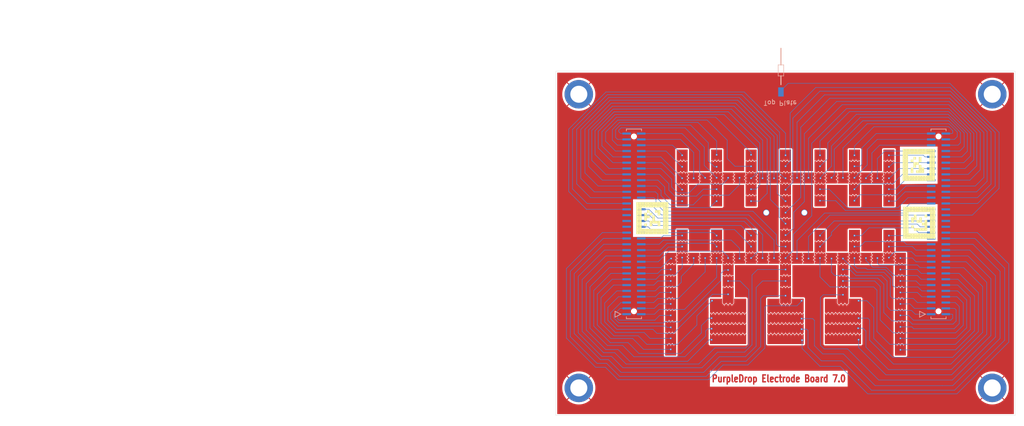
<source format=kicad_pcb>
(kicad_pcb (version 20211014) (generator pcbnew)
  (title_block (title "PurpleDrop ElectrodeBoard 6") (date "2022-02-23") (rev "6.2") (company "University of Washington Molecular Information Systems Lab"))
  (layers (0 "F.Cu" signal) (31 "B.Cu" signal) (34 "B.Paste" user) (35 "F.Paste" user) (36 "B.SilkS" user "B.Silkscreen") (37 "F.SilkS" user "F.Silkscreen") (38 "B.Mask" user) (39 "F.Mask" user) (44 "Edge.Cuts" user))
  (net 0 "")
  (net 1 "/P1")
  (net 2 "/P2")
  (net 3 "/P3")
  (net 4 "/P4")
  (net 5 "/P80")
  (net 6 "/P79")
  (net 7 "/P81")
  (net 8 "/P78")
  (net 9 "/P82")
  (net 10 "/P77")
  (net 11 "/P83")
  (net 12 "/P76")
  (net 13 "/P84")
  (net 14 "/P75")
  (net 15 "/P85")
  (net 16 "/P74")
  (net 17 "/P86")
  (net 18 "/P73")
  (net 19 "/P87")
  (net 20 "/P72")
  (net 21 "/P88")
  (net 22 "/P71")
  (net 23 "/P89")
  (net 24 "/P70")
  (net 25 "/P90")
  (net 26 "/P69")
  (net 27 "/P91")
  (net 28 "/P68")
  (net 29 "/P92")
  (net 30 "/P67")
  (net 31 "/P93")
  (net 32 "/P66")
  (net 33 "/P94")
  (net 34 "/P65")
  (net 35 "/P95")
  (net 36 "/P64")
  (net 37 "/P96")
  (net 38 "/P127")
  (net 39 "/P97")
  (net 40 "/P126")
  (net 41 "/P98")
  (net 42 "/P125")
  (net 43 "/P99")
  (net 44 "/P124")
  (net 45 "/P100")
  (net 46 "/P123")
  (net 47 "/P101")
  (net 48 "/P122")
  (net 49 "/P102")
  (net 50 "/P121")
  (net 51 "/P103")
  (net 52 "/P120")
  (net 53 "/P104")
  (net 54 "/P119")
  (net 55 "/P105")
  (net 56 "/P118")
  (net 57 "/P106")
  (net 58 "/P117")
  (net 59 "/P107")
  (net 60 "/P116")
  (net 61 "/P108")
  (net 62 "/P115")
  (net 63 "/P109")
  (net 64 "/P114")
  (net 65 "/P110")
  (net 66 "/P113")
  (net 67 "/P111")
  (net 68 "/P112")
  (net 69 "/P48")
  (net 70 "/P47")
  (net 71 "/P49")
  (net 72 "/P46")
  (net 73 "/P50")
  (net 74 "/P45")
  (net 75 "/P51")
  (net 76 "/P44")
  (net 77 "/P52")
  (net 78 "/P43")
  (net 79 "/P53")
  (net 80 "/P42")
  (net 81 "/P54")
  (net 82 "/P41")
  (net 83 "/P55")
  (net 84 "/P40")
  (net 85 "/P56")
  (net 86 "/P39")
  (net 87 "/P57")
  (net 88 "/P38")
  (net 89 "/P58")
  (net 90 "/P37")
  (net 91 "/P59")
  (net 92 "/P36")
  (net 93 "/P60")
  (net 94 "/P35")
  (net 95 "/P61")
  (net 96 "/P34")
  (net 97 "/P62")
  (net 98 "/P33")
  (net 99 "/P63")
  (net 100 "/P32")
  (net 101 "/P0")
  (net 102 "/P31")
  (net 103 "/P30")
  (net 104 "/P29")
  (net 105 "/P28")
  (net 106 "/P27")
  (net 107 "/P5")
  (net 108 "/P26")
  (net 109 "/P6")
  (net 110 "/P25")
  (net 111 "/P7")
  (net 112 "/P24")
  (net 113 "/P8")
  (net 114 "/P23")
  (net 115 "/P9")
  (net 116 "/P22")
  (net 117 "/P10")
  (net 118 "/P21")
  (net 119 "/P11")
  (net 120 "/P20")
  (net 121 "/P12")
  (net 122 "/P19")
  (net 123 "/P13")
  (net 124 "/P18")
  (net 125 "/P14")
  (net 126 "/P17")
  (net 127 "/P15")
  (net 128 "/P16")
  (net 129 "/POUR")
  (footprint "PurpleDrop:tag36_11_00014_7.00mm" (layer "F.Cu") (at 171 85.75)
    (fp_text reference "G2" hide)
    (fp_text value "AprilTag" hide)
  )
  (footprint "PurpleDrop:Keystone-4929" (layer "F.Cu") (at 155 58.75)
    (fp_text reference "H1" hide)
    (fp_text value "MountingHole_Pad")
  )
  (footprint "PurpleDrop:Keystone-4929" (layer "F.Cu") (at 245 58.75)
    (fp_text reference "H2" hide)
    (fp_text value "MountingHole_Pad")
  )
  (footprint "PurpleDrop:Keystone-4929" (layer "F.Cu") (at 155 122.75)
    (fp_text reference "H3" hide)
    (fp_text value "MountingHole_Pad")
  )
  (footprint "PurpleDrop:Keystone-4929" (layer "F.Cu") (at 245 122.75)
    (fp_text reference "H4" hide)
    (fp_text value "MountingHole_Pad")
  )
  (footprint "PurpleDrop:CLP-132-02-F-D" (layer "F.Cu") (at 233.3 87 -90)
    (fp_text reference "J1" hide)
    (fp_text value "Conn_02x32_Odd_Even" hide)
  )
  (footprint "PurpleDrop:CLP-132-02-F-D" (layer "F.Cu") (at 167 87 -90)
    (fp_text reference "J2" hide)
    (fp_text value "Conn_02x32_Odd_Even" hide)
  )
  (footprint "PurpleDrop:tag36_11_00013_7.00mm" (layer "F.Cu") (at 229.1 86.75)
    (fp_text reference "G1" hide)
    (fp_text value "AprilTag" hide)
  )
  (footprint "electrode_E27" (layer "F.Cu") (at 206.25 75.75)
    (fp_text reference "E27" hide)
    (fp_text value "DMFElectrode" hide)
  )
  (footprint "electrode_E113" (layer "F.Cu") (at 200 100.75)
    (fp_text reference "E113" hide)
    (fp_text value "DMFElectrode" hide)
  )
  (footprint "electrode_E2" (layer "F.Cu") (at 183.75 70.75)
    (fp_text reference "E2" hide)
    (fp_text value "DMFElectrode" hide)
  )
  (footprint "electrode_E51" (layer "F.Cu") (at 183.75 88.25)
    (fp_text reference "E51" hide)
    (fp_text value "DMFElectrode" hide)
  )
  (footprint "electrode_E18" (layer "F.Cu") (at 183.75 75.75)
    (fp_text reference "E18" hide)
    (fp_text value "DMFElectrode" hide)
  )
  (footprint "electrode_E64" (layer "F.Cu") (at 173.75 93.25)
    (fp_text reference "E64" hide)
    (fp_text value "DMFElectrode" hide)
  )
  (footprint "electrode_E121" (layer "F.Cu") (at 212.5 100.75)
    (fp_text reference "E121" hide)
    (fp_text value "DMFElectrode" hide)
  )
  (footprint "electrode_E8" (layer "F.Cu") (at 176.25 73.25)
    (fp_text reference "E8" hide)
    (fp_text value "DMFElectrode" hide)
  )
  (footprint "electrode_E44" (layer "F.Cu") (at 198.75 80.75)
    (fp_text reference "E44" hide)
    (fp_text value "DMFElectrode" hide)
  )
  (footprint "electrode_E69" (layer "F.Cu") (at 186.25 93.25)
    (fp_text reference "E69" hide)
    (fp_text value "DMFElectrode" hide)
  )
  (footprint "electrode_E38" (layer "F.Cu") (at 206.25 78.25)
    (fp_text reference "E38" hide)
    (fp_text value "DMFElectrode" hide)
  )
  (footprint "electrode_E94" (layer "F.Cu") (at 223.75 98.25)
    (fp_text reference "E94" hide)
    (fp_text value "DMFElectrode" hide)
  )
  (footprint "electrode_E77" (layer "F.Cu") (at 206.25 93.25)
    (fp_text reference "E77" hide)
    (fp_text value "DMFElectrode" hide)
  )
  (footprint "electrode_E87" (layer "F.Cu") (at 198.75 95.75)
    (fp_text reference "E87" hide)
    (fp_text value "DMFElectrode" hide)
  )
  (footprint "electrode_E46" (layer "F.Cu") (at 213.75 80.75)
    (fp_text reference "E46" hide)
    (fp_text value "DMFElectrode" hide)
  )
  (footprint "electrode_E3" (layer "F.Cu") (at 191.25 70.75)
    (fp_text reference "E3" hide)
    (fp_text value "DMFElectrode" hide)
  )
  (footprint "electrode_E21" (layer "F.Cu") (at 191.25 75.75)
    (fp_text reference "E21" hide)
    (fp_text value "DMFElectrode" hide)
  )
  (footprint "electrode_E24" (layer "F.Cu") (at 198.75 75.75)
    (fp_text reference "E24" hide)
    (fp_text value "DMFElectrode" hide)
  )
  (footprint "electrode_E59" (layer "F.Cu") (at 191.25 90.75)
    (fp_text reference "E59" hide)
    (fp_text value "DMFElectrode" hide)
  )
  (footprint "electrode_E60" (layer "F.Cu") (at 198.75 90.75)
    (fp_text reference "E60" hide)
    (fp_text value "DMFElectrode" hide)
  )
  (footprint "electrode_E45" (layer "F.Cu") (at 206.25 80.75)
    (fp_text reference "E45" hide)
    (fp_text value "DMFElectrode" hide)
  )
  (footprint "electrode_E73" (layer "F.Cu") (at 196.25 93.25)
    (fp_text reference "E73" hide)
    (fp_text value "DMFElectrode" hide)
  )
  (footprint "electrode_E56" (layer "F.Cu") (at 221.25 88.25)
    (fp_text reference "E56" hide)
    (fp_text value "DMFElectrode" hide)
  )
  (footprint "electrode_E6" (layer "F.Cu") (at 213.75 70.75)
    (fp_text reference "E6" hide)
    (fp_text value "DMFElectrode" hide)
  )
  (footprint "electrode_E80" (layer "F.Cu") (at 213.75 93.25)
    (fp_text reference "E80" hide)
    (fp_text value "DMFElectrode" hide)
  )
  (footprint "electrode_E84" (layer "F.Cu") (at 223.75 93.25)
    (fp_text reference "E84" hide)
    (fp_text value "DMFElectrode" hide)
  )
  (footprint "electrode_E72" (layer "F.Cu") (at 193.75 93.25)
    (fp_text reference "E72" hide)
    (fp_text value "DMFElectrode" hide)
  )
  (footprint "electrode_E11" (layer "F.Cu") (at 198.75 73.25)
    (fp_text reference "E11" hide)
    (fp_text value "DMFElectrode" hide)
  )
  (footprint "electrode_E67" (layer "F.Cu") (at 181.25 93.25)
    (fp_text reference "E67" hide)
    (fp_text value "DMFElectrode" hide)
  )
  (footprint "electrode_E23" (layer "F.Cu") (at 196.25 75.75)
    (fp_text reference "E23" hide)
    (fp_text value "DMFElectrode" hide)
  )
  (footprint "electrode_E1" (layer "F.Cu") (at 176.25 70.75)
    (fp_text reference "E1" hide)
    (fp_text value "DMFElectrode" hide)
  )
  (footprint "electrode_E54" (layer "F.Cu") (at 206.25 88.25)
    (fp_text reference "E54" hide)
    (fp_text value "DMFElectrode" hide)
  )
  (footprint "electrode_E34" (layer "F.Cu") (at 176.25 78.25)
    (fp_text reference "E34" hide)
    (fp_text value "DMFElectrode" hide)
  )
  (footprint "electrode_E109" (layer "F.Cu") (at 187.5 100.75)
    (fp_text reference "E109" hide)
    (fp_text value "DMFElectrode" hide)
  )
  (footprint "electrode_E74" (layer "F.Cu") (at 198.75 93.25)
    (fp_text reference "E74" hide)
    (fp_text value "DMFElectrode" hide)
  )
  (footprint "electrode_E15" (layer "F.Cu") (at 176.25 75.75)
    (fp_text reference "E15" hide)
    (fp_text value "DMFElectrode" hide)
  )
  (footprint "PurpleDrop:tag36_11_00015_7.00mm" (layer "F.Cu") (at 229 74.15)
    (fp_text reference "G3" hide)
    (fp_text value "AprilTag" hide)
  )
  (footprint "electrode_E9" (layer "F.Cu") (at 183.75 73.25)
    (fp_text reference "E9" hide)
    (fp_text value "DMFElectrode" hide)
  )
  (footprint "electrode_E22" (layer "F.Cu") (at 193.75 75.75)
    (fp_text reference "E22" hide)
    (fp_text value "DMFElectrode" hide)
  )
  (footprint "electrode_E32" (layer "F.Cu") (at 218.75 75.75)
    (fp_text reference "E32" hide)
    (fp_text value "DMFElectrode" hide)
  )
  (footprint "electrode_E101" (layer "F.Cu") (at 173.75 108.25)
    (fp_text reference "E101" hide)
    (fp_text value "DMFElectrode" hide)
  )
  (footprint "electrode_E107" (layer "F.Cu") (at 187.5 100.75)
    (fp_text reference "E107" hide)
    (fp_text value "DMFElectrode" hide)
  )
  (footprint "electrode_E17" (layer "F.Cu") (at 181.25 75.75)
    (fp_text reference "E17" hide)
    (fp_text value "DMFElectrode" hide)
  )
  (footprint "electrode_E48" (layer "F.Cu") (at 198.75 83.25)
    (fp_text reference "E48" hide)
    (fp_text value "DMFElectrode" hide)
  )
  (footprint "electrode_E55" (layer "F.Cu") (at 213.75 88.25)
    (fp_text reference "E55" hide)
    (fp_text value "DMFElectrode" hide)
  )
  (footprint "electrode_E92" (layer "F.Cu") (at 198.75 98.25)
    (fp_text reference "E92" hide)
    (fp_text value "DMFElectrode" hide)
  )
  (footprint "electrode_E63" (layer "F.Cu") (at 221.25 90.75)
    (fp_text reference "E63" hide)
    (fp_text value "DMFElectrode" hide)
  )
  (footprint "electrode_E96" (layer "F.Cu") (at 223.75 100.75)
    (fp_text reference "E96" hide)
    (fp_text value "DMFElectrode" hide)
  )
  (footprint "electrode_E119" (layer "F.Cu") (at 212.5 100.75)
    (fp_text reference "E119" hide)
    (fp_text value "DMFElectrode" hide)
  )
  (footprint "electrode_E30" (layer "F.Cu") (at 213.75 75.75)
    (fp_text reference "E30" hide)
    (fp_text value "DMFElectrode" hide)
  )
  (footprint "electrode_E97" (layer "F.Cu") (at 173.75 103.25)
    (fp_text reference "E97" hide)
    (fp_text value "DMFElectrode" hide)
  )
  (footprint "electrode_E31" (layer "F.Cu") (at 216.25 75.75)
    (fp_text reference "E31" hide)
    (fp_text value "DMFElectrode" hide)
  )
  (footprint "electrode_E99" (layer "F.Cu") (at 173.75 105.75)
    (fp_text reference "E99" hide)
    (fp_text value "DMFElectrode" hide)
  )
  (footprint "electrode_E106" (layer "F.Cu") (at 223.75 113.25)
    (fp_text reference "E106" hide)
    (fp_text value "DMFElectrode" hide)
  )
  (footprint "electrode_E37" (layer "F.Cu") (at 198.75 78.25)
    (fp_text reference "E37" hide)
    (fp_text value "DMFElectrode" hide)
  )
  (footprint "electrode_E36" (layer "F.Cu") (at 191.25 78.25)
    (fp_text reference "E36" hide)
    (fp_text value "DMFElectrode" hide)
  )
  (footprint "electrode_E49" (layer "F.Cu") (at 198.75 85.75)
    (fp_text reference "E49" hide)
    (fp_text value "DMFElectrode" hide)
  )
  (footprint "electrode_E114" (layer "F.Cu") (at 200 100.75)
    (fp_text reference "E114" hide)
    (fp_text value "DMFElectrode" hide)
  )
  (footprint "electrode_E65" (layer "F.Cu") (at 176.25 93.25)
    (fp_text reference "E65" hide)
    (fp_text value "DMFElectrode" hide)
  )
  (footprint "electrode_E20" (layer "F.Cu") (at 188.75 75.75)
    (fp_text reference "E20" hide)
    (fp_text value "DMFElectrode" hide)
  )
  (footprint "electrode_E71" (layer "F.Cu") (at 191.25 93.25)
    (fp_text reference "E71" hide)
    (fp_text value "DMFElectrode" hide)
  )
  (footprint "electrode_E26" (layer "F.Cu") (at 203.75 75.75)
    (fp_text reference "E26" hide)
    (fp_text value "DMFElectrode" hide)
  )
  (footprint "electrode_E79" (layer "F.Cu") (at 211.25 93.25)
    (fp_text reference "E79" hide)
    (fp_text value "DMFElectrode" hide)
  )
  (footprint "electrode_E33" (layer "F.Cu") (at 221.25 75.75)
    (fp_text reference "E33" hide)
    (fp_text value "DMFElectrode" hide)
  )
  (footprint "electrode_E90" (layer "F.Cu") (at 173.75 98.25)
    (fp_text reference "E90" hide)
    (fp_text value "DMFElectrode" hide)
  )
  (footprint "electrode_E57" (layer "F.Cu") (at 176.25 90.75)
    (fp_text reference "E57" hide)
    (fp_text value "DMFElectrode" hide)
  )
  (footprint "electrode_E25" (layer "F.Cu") (at 201.25 75.75)
    (fp_text reference "E25" hide)
    (fp_text value "DMFElectrode" hide)
  )
  (footprint "electrode_E75" (layer "F.Cu") (at 201.25 93.25)
    (fp_text reference "E75" hide)
    (fp_text value "DMFElectrode" hide)
  )
  (footprint "electrode_E42" (layer "F.Cu") (at 183.75 80.75)
    (fp_text reference "E42" hide)
    (fp_text value "DMFElectrode" hide)
  )
  (footprint "electrode_E100" (layer "F.Cu") (at 223.75 105.75)
    (fp_text reference "E100" hide)
    (fp_text value "DMFElectrode" hide)
  )
  (footprint "electrode_E62" (layer "F.Cu") (at 213.75 90.75)
    (fp_text reference "E62" hide)
    (fp_text value "DMFElectrode" hide)
  )
  (footprint "electrode_E16" (layer "F.Cu") (at 178.75 75.75)
    (fp_text reference "E16" hide)
    (fp_text value "DMFElectrode" hide)
  )
  (footprint "electrode_E81" (layer "F.Cu") (at 216.25 93.25)
    (fp_text reference "E81" hide)
    (fp_text value "DMFElectrode" hide)
  )
  (footprint "electrode_E102" (layer "F.Cu") (at 223.75 108.25)
    (fp_text reference "E102" hide)
    (fp_text value "DMFElectrode" hide)
  )
  (footprint "electrode_E68" (layer "F.Cu") (at 183.75 93.25)
    (fp_text reference "E68" hide)
    (fp_text value "DMFElectrode" hide)
  )
  (footprint "electrode_E85" (layer "F.Cu") (at 173.75 95.75)
    (fp_text reference "E85" hide)
    (fp_text value "DMFElectrode" hide)
  )
  (footprint "electrode_E19" (layer "F.Cu") (at 186.25 75.75)
    (fp_text reference "E19" hide)
    (fp_text value "DMFElectrode" hide)
  )
  (footprint "electrode_E50" (layer "F.Cu") (at 176.25 88.25)
    (fp_text reference "E50" hide)
    (fp_text value "DMFElectrode" hide)
  )
  (footprint "electrode_E29" (layer "F.Cu") (at 211.25 75.75)
    (fp_text reference "E29" hide)
    (fp_text value "DMFElectrode" hide)
  )
  (footprint "electrode_E4" (layer "F.Cu") (at 198.75 70.75)
    (fp_text reference "E4" hide)
    (fp_text value "DMFElectrode" hide)
  )
  (footprint "electrode_E41" (layer "F.Cu") (at 176.25 80.75)
    (fp_text reference "E41" hide)
    (fp_text value "DMFElectrode" hide)
  )
  (footprint "electrode_E14" (layer "F.Cu") (at 221.25 73.25)
    (fp_text reference "E14" hide)
    (fp_text value "DMFElectrode" hide)
  )
  (footprint "electrode_E35" (layer "F.Cu") (at 183.75 78.25)
    (fp_text reference "E35" hide)
    (fp_text value "DMFElectrode" hide)
  )
  (footprint "electrode_E66" (layer "F.Cu") (at 178.75 93.25)
    (fp_text reference "E66" hide)
    (fp_text value "DMFElectrode" hide)
  )
  (footprint "electrode_E115" (layer "F.Cu") (at 200 100.75)
    (fp_text reference "E115" hide)
    (fp_text value "DMFElectrode" hide)
  )
  (footprint "electrode_E53" (layer "F.Cu") (at 198.75 88.25)
    (fp_text reference "E53" hide)
    (fp_text value "DMFElectrode" hide)
  )
  (footprint "electrode_E47" (layer "F.Cu") (at 221.25 80.75)
    (fp_text reference "E47" hide)
    (fp_text value "DMFElectrode" hide)
  )
  (footprint "electrode_E28" (layer "F.Cu") (at 208.75 75.75)
    (fp_text reference "E28" hide)
    (fp_text value "DMFElectrode" hide)
  )
  (footprint "electrode_E111" (layer "F.Cu") (at 187.5 100.75)
    (fp_text reference "E111" hide)
    (fp_text value "DMFElectrode" hide)
  )
  (footprint "electrode_E98" (layer "F.Cu") (at 223.75 103.25)
    (fp_text reference "E98" hide)
    (fp_text value "DMFElectrode" hide)
  )
  (footprint "electrode_E116" (layer "F.Cu") (at 200 100.75)
    (fp_text reference "E116" hide)
    (fp_text value "DMFElectrode" hide)
  )
  (footprint "electrode_E58" (layer "F.Cu") (at 183.75 90.75)
    (fp_text reference "E58" hide)
    (fp_text value "DMFElectrode" hide)
  )
  (footprint "electrode_E120" (layer "F.Cu") (at 212.5 100.75)
    (fp_text reference "E120" hide)
    (fp_text value "DMFElectrode" hide)
  )
  (footprint "electrode_E93" (layer "F.Cu") (at 211.25 98.25)
    (fp_text reference "E93" hide)
    (fp_text value "DMFElectrode" hide)
  )
  (footprint "electrode_E91" (layer "F.Cu") (at 186.25 98.25)
    (fp_text reference "E91" hide)
    (fp_text value "DMFElectrode" hide)
  )
  (footprint "electrode_E70" (layer "F.Cu") (at 188.75 93.25)
    (fp_text reference "E70" hide)
    (fp_text value "DMFElectrode" hide)
  )
  (footprint "electrode_E83" (layer "F.Cu") (at 221.25 93.25)
    (fp_text reference "E83" hide)
    (fp_text value "DMFElectrode" hide)
  )
  (footprint "electrode_E112" (layer "F.Cu") (at 200 100.75)
    (fp_text reference "E112" hide)
    (fp_text value "DMFElectrode" hide)
  )
  (footprint "electrode_E40" (layer "F.Cu") (at 221.25 78.25)
    (fp_text reference "E40" hide)
    (fp_text value "DMFElectrode" hide)
  )
  (footprint "electrode_E117" (layer "F.Cu") (at 212.5 100.75)
    (fp_text reference "E117" hide)
    (fp_text value "DMFElectrode" hide)
  )
  (footprint "electrode_E5" (layer "F.Cu") (at 206.25 70.75)
    (fp_text reference "E5" hide)
    (fp_text value "DMFElectrode" hide)
  )
  (footprint "electrode_E105" (layer "F.Cu") (at 173.75 113.25)
    (fp_text reference "E105" hide)
    (fp_text value "DMFElectrode" hide)
  )
  (footprint "electrode_E61" (layer "F.Cu") (at 206.25 90.75)
    (fp_text reference "E61" hide)
    (fp_text value "DMFElectrode" hide)
  )
  (footprint "electrode_E39" (layer "F.Cu") (at 213.75 78.25)
    (fp_text reference "E39" hide)
    (fp_text value "DMFElectrode" hide)
  )
  (footprint "electrode_E95" (layer "F.Cu") (at 173.75 100.75)
    (fp_text reference "E95" hide)
    (fp_text value "DMFElectrode" hide)
  )
  (footprint "electrode_E13" (layer "F.Cu") (at 213.75 73.25)
    (fp_text reference "E13" hide)
    (fp_text value "DMFElectrode" hide)
  )
  (footprint "electrode_E43" (layer "F.Cu") (at 191.25 80.75)
    (fp_text reference "E43" hide)
    (fp_text value "DMFElectrode" hide)
  )
  (footprint "electrode_E110" (layer "F.Cu") (at 187.5 100.75)
    (fp_text reference "E110" hide)
    (fp_text value "DMFElectrode" hide)
  )
  (footprint "electrode_E88" (layer "F.Cu") (at 211.25 95.75)
    (fp_text reference "E88" hide)
    (fp_text value "DMFElectrode" hide)
  )
  (footprint "electrode_E89" (layer "F.Cu") (at 223.75 95.75)
    (fp_text reference "E89" hide)
    (fp_text value "DMFElectrode" hide)
  )
  (footprint "electrode_E52" (layer "F.Cu") (at 191.25 88.25)
    (fp_text reference "E52" hide)
    (fp_text value "DMFElectrode" hide)
  )
  (footprint "electrode_E78" (layer "F.Cu") (at 208.75 93.25)
    (fp_text reference "E78" hide)
    (fp_text value "DMFElectrode" hide)
  )
  (footprint "electrode_E76" (layer "F.Cu") (at 203.75 93.25)
    (fp_text reference "E76" hide)
    (fp_text value "DMFElectrode" hide)
  )
  (footprint "electrode_E10" (layer "F.Cu") (at 191.25 73.25)
    (fp_text reference "E10" hide)
    (fp_text value "DMFElectrode" hide)
  )
  (footprint "electrode_E103" (layer "F.Cu") (at 173.75 110.75)
    (fp_text reference "E103" hide)
    (fp_text value "DMFElectrode" hide)
  )
  (footprint "electrode_E108" (layer "F.Cu") (at 187.5 100.75)
    (fp_text reference "E108" hide)
    (fp_text value "DMFElectrode" hide)
  )
  (footprint "electrode_E118" (layer "F.Cu") (at 212.5 100.75)
    (fp_text reference "E118" hide)
    (fp_text value "DMFElectrode" hide)
  )
  (footprint "electrode_E7" (layer "F.Cu") (at 221.25 70.75)
    (fp_text reference "E7" hide)
    (fp_text value "DMFElectrode" hide)
  )
  (footprint "electrode_E12" (layer "F.Cu") (at 206.25 73.25)
    (fp_text reference "E12" hide)
    (fp_text value "DMFElectrode" hide)
  )
  (footprint "electrode_E104" (layer "F.Cu") (at 223.75 110.75)
    (fp_text reference "E104" hide)
    (fp_text value "DMFElectrode" hide)
  )
  (footprint "electrode_E86" (layer "F.Cu") (at 186.25 95.75)
    (fp_text reference "E86" hide)
    (fp_text value "DMFElectrode" hide)
  )
  (footprint "electrode_E82" (layer "F.Cu") (at 218.75 93.25)
    (fp_text reference "E82" hide)
    (fp_text value "DMFElectrode" hide)
  )
  (footprint "PurpleDrop:Header1_RA" (layer "B.Cu") (at 199 58.25 -90)
    (fp_text reference "J11" hide)
    (fp_text value "TopPlate")
  )
  (gr_line (start 150 128.75) (end 150 53.75) (layer "Edge.Cuts") (width 0.05))
  (gr_line (start 250 53.75) (end 250 128.75) (layer "Edge.Cuts") (width 0.05))
  (gr_line (start 150 53.75) (end 250 53.75) (layer "Edge.Cuts") (width 0.05))
  (gr_line (start 250 128.75) (end 150 128.75) (layer "Edge.Cuts") (width 0.05))
  (gr_text "PurpleDrop Electrode Board 7.0\n" (at 198.53 120.74) (layer "F.Cu") (effects (font (size 1.5 1.2) (thickness 0.3))))
  (gr_text "Top Plate" (at 198.85 60.65 180) (layer "B.SilkS") (effects (font (size 1 1)) (justify mirror)))
  (via (at 192.5 94.45) (size 0.4572) (drill 0.2032) (layers "F.Cu" "B.Cu") (net 1))
  (segment (start 191 86.45) (end 194 89.45) (width 0.105) (layer "B.Cu") (net 1))
  (segment (start 192.6 94.45) (end 192.5 94.45) (width 0.105) (layer "B.Cu") (net 1))
  (segment (start 171.7 86.45) (end 191 86.45) (width 0.105) (layer "B.Cu") (net 1))
  (segment (start 194 93.05) (end 192.6 94.45) (width 0.105) (layer "B.Cu") (net 1))
  (segment (start 194 89.45) (end 194 93.05) (width 0.105) (layer "B.Cu") (net 1))
  (segment (start 168.5875 85.095) (end 170.345 85.095) (width 0.105) (layer "B.Cu") (net 1))
  (segment (start 170.345 85.095) (end 171.7 86.45) (width 0.105) (layer "B.Cu") (net 1))
  (via (at 195 94.45) (size 0.4572) (drill 0.2032) (layers "F.Cu" "B.Cu") (net 2))
  (segment (start 195 89.35) (end 195 94.45) (width 0.105) (layer "B.Cu") (net 2))
  (segment (start 168.5875 83.825) (end 170.275 83.825) (width 0.105) (layer "B.Cu") (net 2))
  (segment (start 172.2 85.75) (end 191.4 85.75) (width 0.105) (layer "B.Cu") (net 2))
  (segment (start 170.275 83.825) (end 172.2 85.75) (width 0.105) (layer "B.Cu") (net 2))
  (segment (start 191.4 85.75) (end 195 89.35) (width 0.105) (layer "B.Cu") (net 2))
  (via (at 197.5 94.45) (size 0.4572) (drill 0.2032) (layers "F.Cu" "B.Cu") (net 3))
  (segment (start 168.5875 82.555) (end 170.505 82.555) (width 0.105) (layer "B.Cu") (net 3))
  (segment (start 197.5 90.55) (end 197.5 94.45) (width 0.105) (layer "B.Cu") (net 3))
  (segment (start 170.505 82.555) (end 173 85.05) (width 0.105) (layer "B.Cu") (net 3))
  (segment (start 173 85.05) (end 192 85.05) (width 0.105) (layer "B.Cu") (net 3))
  (segment (start 192 85.05) (end 197.5 90.55) (width 0.105) (layer "B.Cu") (net 3))
  (via (at 200 91.95) (size 0.4572) (drill 0.2032) (layers "F.Cu" "B.Cu") (net 4))
  (segment (start 198.6 91.95) (end 200 91.95) (width 0.105) (layer "B.Cu") (net 4))
  (segment (start 171.335 81.285) (end 171.8 81.75) (width 0.105) (layer "B.Cu") (net 4))
  (segment (start 168.5875 81.285) (end 171.335 81.285) (width 0.105) (layer "B.Cu") (net 4))
  (segment (start 198 89.35) (end 198 91.35) (width 0.105) (layer "B.Cu") (net 4))
  (segment (start 171.8 82.55) (end 173.5 84.25) (width 0.105) (layer "B.Cu") (net 4))
  (segment (start 173.5 84.25) (end 192.9 84.25) (width 0.105) (layer "B.Cu") (net 4))
  (segment (start 171.8 81.75) (end 171.8 82.55) (width 0.105) (layer "B.Cu") (net 4))
  (segment (start 198 91.35) (end 198.6 91.95) (width 0.105) (layer "B.Cu") (net 4))
  (segment (start 192.9 84.25) (end 198 89.35) (width 0.105) (layer "B.Cu") (net 4))
  (via (at 225 106.95) (size 0.4572) (drill 0.2032) (layers "F.Cu" "B.Cu") (net 5))
  (segment (start 236.38 106.78) (end 236.38 107.58) (width 0.105) (layer "B.Cu") (net 5))
  (segment (start 226.8 106.95) (end 225 106.95) (width 0.105) (layer "B.Cu") (net 5))
  (segment (start 236.38 107.58) (end 235.98 107.98) (width 0.105) (layer "B.Cu") (net 5))
  (segment (start 235.98 107.98) (end 227.83 107.98) (width 0.105) (layer "B.Cu") (net 5))
  (segment (start 227.83 107.98) (end 226.8 106.95) (width 0.105) (layer "B.Cu") (net 5))
  (segment (start 236.285 106.685) (end 236.38 106.78) (width 0.105) (layer "B.Cu") (net 5))
  (segment (start 234.8875 106.685) (end 236.285 106.685) (width 0.105) (layer "B.Cu") (net 5))
  (via (at 212.5 96.95) (size 0.4572) (drill 0.2032) (layers "F.Cu" "B.Cu") (net 6))
  (segment (start 227.4 105.85) (end 224.6 105.85) (width 0.105) (layer "B.Cu") (net 6))
  (segment (start 220.9 98.25) (end 215.3 98.25) (width 0.105) (layer "B.Cu") (net 6))
  (segment (start 222.1 99.45) (end 220.9 98.25) (width 0.105) (layer "B.Cu") (net 6))
  (segment (start 228.235 106.685) (end 227.6 106.05) (width 0.105) (layer "B.Cu") (net 6))
  (segment (start 224.6 105.85) (end 222.9 105.85) (width 0.105) (layer "B.Cu") (net 6))
  (segment (start 214 96.95) (end 212.5 96.95) (width 0.105) (layer "B.Cu") (net 6))
  (segment (start 215.3 98.25) (end 214 96.95) (width 0.105) (layer "B.Cu") (net 6))
  (segment (start 231.7125 106.685) (end 228.235 106.685) (width 0.105) (layer "B.Cu") (net 6))
  (segment (start 222.1 105.05) (end 222.1 99.45) (width 0.105) (layer "B.Cu") (net 6))
  (segment (start 227.6 106.05) (end 227.4 105.85) (width 0.105) (layer "B.Cu") (net 6))
  (segment (start 222.9 105.85) (end 222.1 105.05) (width 0.105) (layer "B.Cu") (net 6))
  (via (at 210 94.55) (size 0.4572) (drill 0.2032) (layers "F.Cu" "B.Cu") (net 7))
  (segment (start 226.9 108.15) (end 223.2 108.15) (width 0.105) (layer "B.Cu") (net 7))
  (segment (start 237.13 105.73) (end 237.13 108.18) (width 0.105) (layer "B.Cu") (net 7))
  (segment (start 210 97.55) (end 210 94.55) (width 0.105) (layer "B.Cu") (net 7))
  (segment (start 213.9 98.85) (end 213.3 98.25) (width 0.105) (layer "B.Cu") (net 7))
  (segment (start 210.7 98.25) (end 210 97.55) (width 0.105) (layer "B.Cu") (net 7))
  (segment (start 221.4 106.35) (end 221.4 100.15) (width 0.105) (layer "B.Cu") (net 7))
  (segment (start 220.1 98.85) (end 213.9 98.85) (width 0.105) (layer "B.Cu") (net 7))
  (segment (start 213.3 98.25) (end 210.7 98.25) (width 0.105) (layer "B.Cu") (net 7))
  (segment (start 223.2 108.15) (end 221.4 106.35) (width 0.105) (layer "B.Cu") (net 7))
  (segment (start 236.815 105.415) (end 237.13 105.73) (width 0.105) (layer "B.Cu") (net 7))
  (segment (start 234.8875 105.415) (end 236.815 105.415) (width 0.105) (layer "B.Cu") (net 7))
  (segment (start 237.13 108.18) (end 236.46 108.85) (width 0.105) (layer "B.Cu") (net 7))
  (segment (start 236.46 108.85) (end 227.6 108.85) (width 0.105) (layer "B.Cu") (net 7))
  (segment (start 221.4 100.15) (end 220.1 98.85) (width 0.105) (layer "B.Cu") (net 7))
  (segment (start 227.6 108.85) (end 226.9 108.15) (width 0.105) (layer "B.Cu") (net 7))
  (via (at 225 104.45) (size 0.4572) (drill 0.2032) (layers "F.Cu" "B.Cu") (net 8))
  (segment (start 227.1 104.45) (end 225 104.45) (width 0.105) (layer "B.Cu") (net 8))
  (segment (start 231.7125 105.415) (end 228.065 105.415) (width 0.105) (layer "B.Cu") (net 8))
  (segment (start 228.065 105.415) (end 227.1 104.45) (width 0.105) (layer "B.Cu") (net 8))
  (via (at 225 109.45) (size 0.4572) (drill 0.2032) (layers "F.Cu" "B.Cu") (net 9))
  (segment (start 234.8875 104.145) (end 236.945 104.145) (width 0.105) (layer "B.Cu") (net 9))
  (segment (start 227.9 109.85) (end 227.5 109.45) (width 0.105) (layer "B.Cu") (net 9))
  (segment (start 236.945 104.145) (end 237.83 105.03) (width 0.105) (layer "B.Cu") (net 9))
  (segment (start 237.83 105.03) (end 237.83 108.73) (width 0.105) (layer "B.Cu") (net 9))
  (segment (start 237.83 108.73) (end 236.71 109.85) (width 0.105) (layer "B.Cu") (net 9))
  (segment (start 227.5 109.45) (end 225 109.45) (width 0.105) (layer "B.Cu") (net 9))
  (segment (start 236.71 109.85) (end 227.9 109.85) (width 0.105) (layer "B.Cu") (net 9))
  (via (at 212.5 94.55) (size 0.4572) (drill 0.2032) (layers "F.Cu" "B.Cu") (net 10))
  (segment (start 221.4 97.55) (end 215.5 97.55) (width 0.105) (layer "B.Cu") (net 10))
  (segment (start 231.7125 104.145) (end 228.695 104.145) (width 0.105) (layer "B.Cu") (net 10))
  (segment (start 223.3 103.25) (end 222.8 102.75) (width 0.105) (layer "B.Cu") (net 10))
  (segment (start 222.8 102.75) (end 222.8 98.95) (width 0.105) (layer "B.Cu") (net 10))
  (segment (start 222.8 98.95) (end 221.4 97.55) (width 0.105) (layer "B.Cu") (net 10))
  (segment (start 215.5 97.55) (end 212.5 94.55) (width 0.105) (layer "B.Cu") (net 10))
  (segment (start 227.8 103.25) (end 223.3 103.25) (width 0.105) (layer "B.Cu") (net 10))
  (segment (start 228.695 104.145) (end 227.8 103.25) (width 0.105) (layer "B.Cu") (net 10))
  (via (at 212.5 99.45) (size 0.4572) (drill 0.2032) (layers "F.Cu" "B.Cu") (net 11))
  (segment (start 220.6 107.95) (end 220.6 100.65) (width 0.105) (layer "B.Cu") (net 11))
  (segment (start 238.68 109.08) (end 237.01 110.75) (width 0.105) (layer "B.Cu") (net 11))
  (segment (start 220.6 100.65) (end 219.4 99.45) (width 0.105) (layer "B.Cu") (net 11))
  (segment (start 219.4 99.45) (end 212.5 99.45) (width 0.105) (layer "B.Cu") (net 11))
  (segment (start 238.68 104.23) (end 238.68 109.08) (width 0.105) (layer "B.Cu") (net 11))
  (segment (start 237.01 110.75) (end 223.4 110.75) (width 0.105) (layer "B.Cu") (net 11))
  (segment (start 234.8875 102.875) (end 237.325 102.875) (width 0.105) (layer "B.Cu") (net 11))
  (segment (start 237.325 102.875) (end 238.68 104.23) (width 0.105) (layer "B.Cu") (net 11))
  (segment (start 223.4 110.75) (end 220.6 107.95) (width 0.105) (layer "B.Cu") (net 11))
  (via (at 225 101.95) (size 0.4572) (drill 0.2032) (layers "F.Cu" "B.Cu") (net 12))
  (segment (start 231.7125 102.875) (end 229.625 102.875) (width 0.105) (layer "B.Cu") (net 12))
  (segment (start 229.625 102.875) (end 228.7 101.95) (width 0.105) (layer "B.Cu") (net 12))
  (segment (start 228.7 101.95) (end 225 101.95) (width 0.105) (layer "B.Cu") (net 12))
  (via (at 225 111.95) (size 0.4572) (drill 0.2032) (layers "F.Cu" "B.Cu") (net 13))
  (segment (start 237.455 101.605) (end 239.43 103.58) (width 0.105) (layer "B.Cu") (net 13))
  (segment (start 234.8875 101.605) (end 237.455 101.605) (width 0.105) (layer "B.Cu") (net 13))
  (segment (start 239.43 103.58) (end 239.43 109.63) (width 0.105) (layer "B.Cu") (net 13))
  (segment (start 239.43 109.63) (end 237.11 111.95) (width 0.105) (layer "B.Cu") (net 13))
  (segment (start 237.11 111.95) (end 225 111.95) (width 0.105) (layer "B.Cu") (net 13))
  (via (at 215 94.45) (size 0.4572) (drill 0.2032) (layers "F.Cu" "B.Cu") (net 14))
  (segment (start 217.5 96.65) (end 215.6 96.65) (width 0.105) (layer "B.Cu") (net 14))
  (segment (start 223.3 100.35) (end 223.3 98.55) (width 0.105) (layer "B.Cu") (net 14))
  (segment (start 221.7 96.95) (end 217.8 96.95) (width 0.105) (layer "B.Cu") (net 14))
  (segment (start 215.6 96.65) (end 215 96.05) (width 0.105) (layer "B.Cu") (net 14))
  (segment (start 223.3 98.55) (end 221.7 96.95) (width 0.105) (layer "B.Cu") (net 14))
  (segment (start 231.7125 101.605) (end 229.655 101.605) (width 0.105) (layer "B.Cu") (net 14))
  (segment (start 223.7 100.75) (end 223.3 100.35) (width 0.105) (layer "B.Cu") (net 14))
  (segment (start 228.8 100.75) (end 223.7 100.75) (width 0.105) (layer "B.Cu") (net 14))
  (segment (start 217.8 96.95) (end 217.5 96.65) (width 0.105) (layer "B.Cu") (net 14))
  (segment (start 229.655 101.605) (end 228.8 100.75) (width 0.105) (layer "B.Cu") (net 14))
  (segment (start 215 96.05) (end 215 94.45) (width 0.105) (layer "B.Cu") (net 14))
  (via (at 207.5 94.45) (size 0.4572) (drill 0.2032) (layers "F.Cu" "B.Cu") (net 15))
  (segment (start 207.5 98.55) (end 207.5 94.45) (width 0.105) (layer "B.Cu") (net 15))
  (segment (start 237 113.25) (end 222.7 113.25) (width 0.105) (layer "B.Cu") (net 15))
  (segment (start 209.7 100.75) (end 207.5 98.55) (width 0.105) (layer "B.Cu") (net 15))
  (segment (start 234.8875 100.335) (end 237.485 100.335) (width 0.105) (layer "B.Cu") (net 15))
  (segment (start 219.9 101.45) (end 219.2 100.75) (width 0.105) (layer "B.Cu") (net 15))
  (segment (start 222.7 113.25) (end 219.9 110.45) (width 0.105) (layer "B.Cu") (net 15))
  (segment (start 219.2 100.75) (end 209.7 100.75) (width 0.105) (layer "B.Cu") (net 15))
  (segment (start 240.23 110.02) (end 237 113.25) (width 0.105) (layer "B.Cu") (net 15))
  (segment (start 219.9 110.45) (end 219.9 101.45) (width 0.105) (layer "B.Cu") (net 15))
  (segment (start 237.485 100.335) (end 240.23 103.08) (width 0.105) (layer "B.Cu") (net 15))
  (segment (start 240.23 103.08) (end 240.23 110.02) (width 0.105) (layer "B.Cu") (net 15))
  (via (at 225 99.45) (size 0.4572) (drill 0.2032) (layers "F.Cu" "B.Cu") (net 16))
  (segment (start 231.7125 100.335) (end 229.285 100.335) (width 0.105) (layer "B.Cu") (net 16))
  (segment (start 228.4 99.45) (end 225 99.45) (width 0.105) (layer "B.Cu") (net 16))
  (segment (start 229.285 100.335) (end 228.4 99.45) (width 0.105) (layer "B.Cu") (net 16))
  (via (at 225 114.45) (size 0.4572) (drill 0.2032) (layers "F.Cu" "B.Cu") (net 17))
  (segment (start 236.4 114.45) (end 225 114.45) (width 0.105) (layer "B.Cu") (net 17))
  (segment (start 237 114.45) (end 241.13 110.32) (width 0.105) (layer "B.Cu") (net 17))
  (segment (start 237.515 99.065) (end 234.8875 99.065) (width 0.105) (layer "B.Cu") (net 17))
  (segment (start 241.13 102.68) (end 237.515 99.065) (width 0.105) (layer "B.Cu") (net 17))
  (segment (start 236.4 114.45) (end 237 114.45) (width 0.105) (layer "B.Cu") (net 17))
  (segment (start 241.13 110.32) (end 241.13 102.68) (width 0.105) (layer "B.Cu") (net 17))
  (via (at 217.5 94.45) (size 0.4572) (drill 0.2032) (layers "F.Cu" "B.Cu") (net 18))
  (segment (start 229.515 99.065) (end 228.7 98.25) (width 0.105) (layer "B.Cu") (net 18))
  (segment (start 228.7 98.25) (end 223.7 98.25) (width 0.105) (layer "B.Cu") (net 18))
  (segment (start 217.5 94.95) (end 217.5 94.45) (width 0.105) (layer "B.Cu") (net 18))
  (segment (start 219 96.45) (end 217.5 94.95) (width 0.105) (layer "B.Cu") (net 18))
  (segment (start 221.9 96.45) (end 219 96.45) (width 0.105) (layer "B.Cu") (net 18))
  (segment (start 223.7 98.25) (end 221.9 96.45) (width 0.105) (layer "B.Cu") (net 18))
  (segment (start 231.7125 99.065) (end 229.515 99.065) (width 0.105) (layer "B.Cu") (net 18))
  (via (at 215.9 103.75) (size 0.4572) (drill 0.2032) (layers "F.Cu" "B.Cu") (net 19))
  (segment (start 241.98 101.98) (end 241.98 110.47) (width 0.105) (layer "B.Cu") (net 19))
  (segment (start 217.7 103.75) (end 215.9 103.75) (width 0.105) (layer "B.Cu") (net 19))
  (segment (start 241.98 110.47) (end 236.37 116.08) (width 0.105) (layer "B.Cu") (net 19))
  (segment (start 219.2 105.25) (end 217.7 103.75) (width 0.105) (layer "B.Cu") (net 19))
  (segment (start 234.8875 97.795) (end 237.795 97.795) (width 0.105) (layer "B.Cu") (net 19))
  (segment (start 236.37 116.08) (end 223.33 116.08) (width 0.105) (layer "B.Cu") (net 19))
  (segment (start 219.2 111.95) (end 219.2 105.25) (width 0.105) (layer "B.Cu") (net 19))
  (segment (start 237.795 97.795) (end 241.98 101.98) (width 0.105) (layer "B.Cu") (net 19))
  (segment (start 223.33 116.08) (end 219.2 111.95) (width 0.105) (layer "B.Cu") (net 19))
  (via (at 225 96.95) (size 0.4572) (drill 0.2032) (layers "F.Cu" "B.Cu") (net 20))
  (segment (start 228.7 96.95) (end 225 96.95) (width 0.105) (layer "B.Cu") (net 20))
  (segment (start 231.7125 97.795) (end 229.545 97.795) (width 0.105) (layer "B.Cu") (net 20))
  (segment (start 229.545 97.795) (end 228.7 96.95) (width 0.105) (layer "B.Cu") (net 20))
  (via (at 215.9 107.55) (size 0.4572) (drill 0.2032) (layers "F.Cu" "B.Cu") (net 21))
  (segment (start 236 117.55) (end 223.5 117.55) (width 0.105) (layer "B.Cu") (net 21))
  (segment (start 238.8 96.55) (end 242.9 100.65) (width 0.105) (layer "B.Cu") (net 21))
  (segment (start 223.5 117.55) (end 218.3 112.35) (width 0.105) (layer "B.Cu") (net 21))
  (segment (start 217.9 107.55) (end 215.9 107.55) (width 0.105) (layer "B.Cu") (net 21))
  (segment (start 218.3 112.35) (end 218.3 107.95) (width 0.105) (layer "B.Cu") (net 21))
  (segment (start 242.9 100.65) (end 242.9 110.65) (width 0.105) (layer "B.Cu") (net 21))
  (segment (start 242.9 110.65) (end 236 117.55) (width 0.105) (layer "B.Cu") (net 21))
  (segment (start 218.3 107.95) (end 217.9 107.55) (width 0.105) (layer "B.Cu") (net 21))
  (segment (start 234.85 96.55) (end 238.8 96.55) (width 0.105) (layer "B.Cu") (net 21))
  (via (at 220 94.45) (size 0.4572) (drill 0.2032) (layers "F.Cu" "B.Cu") (net 22))
  (segment (start 229.275 96.525) (end 228.7 95.95) (width 0.105) (layer "B.Cu") (net 22))
  (segment (start 228.7 95.95) (end 220.4 95.95) (width 0.105) (layer "B.Cu") (net 22))
  (segment (start 231.7125 96.525) (end 229.275 96.525) (width 0.105) (layer "B.Cu") (net 22))
  (segment (start 220 95.55) (end 220 94.45) (width 0.105) (layer "B.Cu") (net 22))
  (segment (start 220.4 95.95) (end 220 95.55) (width 0.105) (layer "B.Cu") (net 22))
  (via (at 215.8 109.75) (size 0.4572) (drill 0.2032) (layers "F.Cu" "B.Cu") (net 23))
  (segment (start 216.9 109.75) (end 215.8 109.75) (width 0.105) (layer "B.Cu") (net 23))
  (segment (start 217.5 110.35) (end 216.9 109.75) (width 0.105) (layer "B.Cu") (net 23))
  (segment (start 239.305 95.255) (end 243.8 99.75) (width 0.105) (layer "B.Cu") (net 23))
  (segment (start 234.8875 95.255) (end 239.305 95.255) (width 0.105) (layer "B.Cu") (net 23))
  (segment (start 217.5 113.85) (end 217.5 110.35) (width 0.105) (layer "B.Cu") (net 23))
  (segment (start 243.8 111.05) (end 236.1 118.75) (width 0.105) (layer "B.Cu") (net 23))
  (segment (start 243.8 99.75) (end 243.8 111.05) (width 0.105) (layer "B.Cu") (net 23))
  (segment (start 236.1 118.75) (end 222.4 118.75) (width 0.105) (layer "B.Cu") (net 23))
  (segment (start 222.4 118.75) (end 217.5 113.85) (width 0.105) (layer "B.Cu") (net 23))
  (via (at 225 94.45) (size 0.4572) (drill 0.2032) (layers "F.Cu" "B.Cu") (net 24))
  (segment (start 228.405 95.255) (end 227.6 94.45) (width 0.105) (layer "B.Cu") (net 24))
  (segment (start 231.7125 95.255) (end 228.405 95.255) (width 0.105) (layer "B.Cu") (net 24))
  (segment (start 227.6 94.45) (end 225 94.45) (width 0.105) (layer "B.Cu") (net 24))
  (via (at 215.9 112.25) (size 0.4572) (drill 0.2032) (layers "F.Cu" "B.Cu") (net 25))
  (segment (start 236.15 119.9) (end 221.85 119.9) (width 0.105) (layer "B.Cu") (net 25))
  (segment (start 221.85 119.9) (end 215.9 113.95) (width 0.105) (layer "B.Cu") (net 25))
  (segment (start 244.7 111.35) (end 236.15 119.9) (width 0.105) (layer "B.Cu") (net 25))
  (segment (start 244.7 98.96) (end 244.7 111.35) (width 0.105) (layer "B.Cu") (net 25))
  (segment (start 239.725 93.985) (end 244.7 98.96) (width 0.105) (layer "B.Cu") (net 25))
  (segment (start 215.9 113.95) (end 215.9 112.25) (width 0.105) (layer "B.Cu") (net 25))
  (segment (start 234.8875 93.985) (end 239.725 93.985) (width 0.105) (layer "B.Cu") (net 25))
  (via (at 222.5 94.35) (size 0.4572) (drill 0.2032) (layers "F.Cu" "B.Cu") (net 26))
  (segment (start 231.7125 93.985) (end 228.335 93.985) (width 0.105) (layer "B.Cu") (net 26))
  (segment (start 228.335 93.985) (end 227.4 93.05) (width 0.105) (layer "B.Cu") (net 26))
  (segment (start 227.4 93.05) (end 223.8 93.05) (width 0.105) (layer "B.Cu") (net 26))
  (segment (start 223.8 93.05) (end 222.5 94.35) (width 0.105) (layer "B.Cu") (net 26))
  (via (at 212.5 102.45) (size 0.4572) (drill 0.2032) (layers "F.Cu" "B.Cu") (net 27))
  (segment (start 207.6 113.45) (end 207.6 103.05) (width 0.105) (layer "B.Cu") (net 27))
  (segment (start 245.7 98.3) (end 245.7 111.65) (width 0.105) (layer "B.Cu") (net 27))
  (segment (start 213.5 114.25) (end 208.4 114.25) (width 0.105) (layer "B.Cu") (net 27))
  (segment (start 234.8875 92.715) (end 240.115 92.715) (width 0.105) (layer "B.Cu") (net 27))
  (segment (start 207.6 103.05) (end 208.2 102.45) (width 0.105) (layer "B.Cu") (net 27))
  (segment (start 208.2 102.45) (end 212.5 102.45) (width 0.105) (layer "B.Cu") (net 27))
  (segment (start 240.115 92.715) (end 245.7 98.3) (width 0.105) (layer "B.Cu") (net 27))
  (segment (start 220.29 121.04) (end 213.5 114.25) (width 0.105) (layer "B.Cu") (net 27))
  (segment (start 208.4 114.25) (end 207.6 113.45) (width 0.105) (layer "B.Cu") (net 27))
  (segment (start 245.7 111.65) (end 236.31 121.04) (width 0.105) (layer "B.Cu") (net 27))
  (segment (start 236.31 121.04) (end 220.29 121.04) (width 0.105) (layer "B.Cu") (net 27))
  (via (at 222.5 91.95) (size 0.4572) (drill 0.2032) (layers "F.Cu" "B.Cu") (net 28))
  (segment (start 228.365 92.715) (end 227.6 91.95) (width 0.105) (layer "B.Cu") (net 28))
  (segment (start 231.7125 92.715) (end 228.365 92.715) (width 0.105) (layer "B.Cu") (net 28))
  (segment (start 227.6 91.95) (end 222.5 91.95) (width 0.105) (layer "B.Cu") (net 28))
  (via (at 203.5 107.65) (size 0.4572) (drill 0.2032) (layers "F.Cu" "B.Cu") (net 29))
  (segment (start 234.1 122.25) (end 219.5 122.25) (width 0.105) (layer "B.Cu") (net 29))
  (segment (start 212.6 115.35) (end 208.1 115.35) (width 0.105) (layer "B.Cu") (net 29))
  (segment (start 206.3 113.55) (end 206.3 108.05) (width 0.105) (layer "B.Cu") (net 29))
  (segment (start 206.3 108.05) (end 205.9 107.65) (width 0.105) (layer "B.Cu") (net 29))
  (segment (start 246.7 97.35) (end 246.7 111.95) (width 0.105) (layer "B.Cu") (net 29))
  (segment (start 234.8875 91.445) (end 240.795 91.445) (width 0.105) (layer "B.Cu") (net 29))
  (segment (start 219.5 122.25) (end 212.6 115.35) (width 0.105) (layer "B.Cu") (net 29))
  (segment (start 246.7 111.95) (end 236.4 122.25) (width 0.105) (layer "B.Cu") (net 29))
  (segment (start 236.4 122.25) (end 234.1 122.25) (width 0.105) (layer "B.Cu") (net 29))
  (segment (start 205.9 107.65) (end 203.5 107.65) (width 0.105) (layer "B.Cu") (net 29))
  (segment (start 240.795 91.445) (end 246.7 97.35) (width 0.105) (layer "B.Cu") (net 29))
  (segment (start 208.1 115.35) (end 206.3 113.55) (width 0.105) (layer "B.Cu") (net 29))
  (via (at 215 91.95) (size 0.4572) (drill 0.2032) (layers "F.Cu" "B.Cu") (net 30))
  (segment (start 231.7125 91.445) (end 226.295 91.445) (width 0.105) (layer "B.Cu") (net 30))
  (segment (start 225.7 90.85) (end 217.3 90.85) (width 0.105) (layer "B.Cu") (net 30))
  (segment (start 217.3 90.85) (end 216.2 91.95) (width 0.105) (layer "B.Cu") (net 30))
  (segment (start 216.2 91.95) (end 215 91.95) (width 0.105) (layer "B.Cu") (net 30))
  (segment (start 226.295 91.445) (end 225.7 90.85) (width 0.105) (layer "B.Cu") (net 30))
  (via (at 203.5 109.95) (size 0.4572) (drill 0.2032) (layers "F.Cu" "B.Cu") (net 31))
  (segment (start 207.8 116.85) (end 204.9 113.95) (width 0.105) (layer "B.Cu") (net 31))
  (segment (start 218.7 123.25) (end 212.3 116.85) (width 0.105) (layer "B.Cu") (net 31))
  (segment (start 247.7 96.65) (end 247.7 112.35) (width 0.105) (layer "B.Cu") (net 31))
  (segment (start 234.8875 90.175) (end 241.225 90.175) (width 0.105) (layer "B.Cu") (net 31))
  (segment (start 204.9 113.95) (end 204.9 110.25) (width 0.105) (layer "B.Cu") (net 31))
  (segment (start 204.6 109.95) (end 203.5 109.95) (width 0.105) (layer "B.Cu") (net 31))
  (segment (start 232.5 123.25) (end 218.7 123.25) (width 0.105) (layer "B.Cu") (net 31))
  (segment (start 247.7 112.35) (end 236.8 123.25) (width 0.105) (layer "B.Cu") (net 31))
  (segment (start 212.3 116.85) (end 207.8 116.85) (width 0.105) (layer "B.Cu") (net 31))
  (segment (start 204.9 110.25) (end 204.6 109.95) (width 0.105) (layer "B.Cu") (net 31))
  (segment (start 241.225 90.175) (end 247.7 96.65) (width 0.105) (layer "B.Cu") (net 31))
  (segment (start 236.8 123.25) (end 232.5 123.25) (width 0.105) (layer "B.Cu") (net 31))
  (via (at 222.5 89.55) (size 0.4572) (drill 0.2032) (layers "F.Cu" "B.Cu") (net 32))
  (segment (start 226.9 89.55) (end 222.5 89.55) (width 0.105) (layer "B.Cu") (net 32))
  (segment (start 227.525 90.175) (end 226.9 89.55) (width 0.105) (layer "B.Cu") (net 32))
  (segment (start 231.7125 90.175) (end 227.525 90.175) (width 0.105) (layer "B.Cu") (net 32))
  (via (at 203.6 112.35) (size 0.4572) (drill 0.2032) (layers "F.Cu" "B.Cu") (net 33))
  (segment (start 241.755 88.905) (end 248.6 95.75) (width 0.105) (layer "B.Cu") (net 33))
  (segment (start 234.8875 88.905) (end 241.755 88.905) (width 0.105) (layer "B.Cu") (net 33))
  (segment (start 207.5 118.05) (end 203.6 114.15) (width 0.105) (layer "B.Cu") (net 33))
  (segment (start 217.9 124.05) (end 211.9 118.05) (width 0.105) (layer "B.Cu") (net 33))
  (segment (start 237.3 124.05) (end 217.9 124.05) (width 0.105) (layer "B.Cu") (net 33))
  (segment (start 211.9 118.05) (end 207.5 118.05) (width 0.105) (layer "B.Cu") (net 33))
  (segment (start 203.6 114.15) (end 203.6 112.35) (width 0.105) (layer "B.Cu") (net 33))
  (segment (start 248.6 112.75) (end 237.3 124.05) (width 0.105) (layer "B.Cu") (net 33))
  (segment (start 248.6 95.75) (end 248.6 112.75) (width 0.105) (layer "B.Cu") (net 33))
  (via (at 215 89.55) (size 0.4572) (drill 0.2032) (layers "F.Cu" "B.Cu") (net 34))
  (segment (start 231.7125 88.905) (end 228.955 88.905) (width 0.105) (layer "B.Cu") (net 34))
  (segment (start 228.955 88.905) (end 227.9 87.85) (width 0.105) (layer "B.Cu") (net 34))
  (segment (start 227.9 87.85) (end 218.2 87.85) (width 0.105) (layer "B.Cu") (net 34))
  (segment (start 216.5 89.55) (end 215 89.55) (width 0.105) (layer "B.Cu") (net 34))
  (segment (start 218.2 87.85) (end 216.5 89.55) (width 0.105) (layer "B.Cu") (net 34))
  (via (at 207.5 91.95) (size 0.4572) (drill 0.2032) (layers "F.Cu" "B.Cu") (net 36))
  (segment (start 210 89.45) (end 207.5 91.95) (width 0.105) (layer "B.Cu") (net 36))
  (segment (start 210 88.85) (end 210 89.45) (width 0.105) (layer "B.Cu") (net 36))
  (segment (start 229.285 87.635) (end 228.7 87.05) (width 0.105) (layer "B.Cu") (net 36))
  (segment (start 211.8 87.05) (end 210 88.85) (width 0.105) (layer "B.Cu") (net 36))
  (segment (start 231.7125 87.635) (end 229.285 87.635) (width 0.105) (layer "B.Cu") (net 36))
  (segment (start 228.7 87.05) (end 211.8 87.05) (width 0.105) (layer "B.Cu") (net 36))
  (via (at 207.5 89.55) (size 0.4572) (drill 0.2032) (layers "F.Cu" "B.Cu") (net 38))
  (segment (start 210.585 86.365) (end 207.5 89.45) (width 0.105) (layer "B.Cu") (net 38))
  (segment (start 231.7125 86.365) (end 210.585 86.365) (width 0.105) (layer "B.Cu") (net 38))
  (segment (start 207.5 89.45) (end 207.5 89.55) (width 0.105) (layer "B.Cu") (net 38))
  (segment (start 246.48 79.28) (end 246.48 67.08) (width 0.105) (layer "B.Cu") (net 39))
  (segment (start 200.57 56.38) (end 199.05 57.9) (width 0.105) (layer "B.Cu") (net 39))
  (segment (start 234.8875 85.095) (end 240.665 85.095) (width 0.105) (layer "B.Cu") (net 39))
  (segment (start 240.665 85.095) (end 246.48 79.28) (width 0.105) (layer "B.Cu") (net 39))
  (segment (start 199.05 57.9) (end 199.05 58.3) (width 0.105) (layer "B.Cu") (net 39))
  (segment (start 246.48 67.08) (end 235.78 56.38) (width 0.105) (layer "B.Cu") (net 39))
  (segment (start 235.78 56.38) (end 200.57 56.38) (width 0.105) (layer "B.Cu") (net 39))
  (via (at 205 94.55) (size 0.4572) (drill 0.2032) (layers "F.Cu" "B.Cu") (net 40))
  (segment (start 209.655 85.095) (end 205 89.75) (width 0.105) (layer "B.Cu") (net 40))
  (segment (start 231.7125 85.095) (end 209.655 85.095) (width 0.105) (layer "B.Cu") (net 40))
  (segment (start 205 89.75) (end 205 94.55) (width 0.105) (layer "B.Cu") (net 40))
  (via (at 202.5 94.55) (size 0.4572) (drill 0.2032) (layers "F.Cu" "B.Cu") (net 42))
  (segment (start 226.4 84.65) (end 208.5 84.65) (width 0.105) (layer "B.Cu") (net 42))
  (segment (start 231.7125 83.825) (end 227.225 83.825) (width 0.105) (layer "B.Cu") (net 42))
  (segment (start 227.225 83.825) (end 226.4 84.65) (width 0.105) (layer "B.Cu") (net 42))
  (segment (start 208.5 84.65) (end 202.5 90.65) (width 0.105) (layer "B.Cu") (net 42))
  (segment (start 202.5 90.65) (end 202.5 94.55) (width 0.105) (layer "B.Cu") (net 42))
  (via (at 200 74.45) (size 0.4572) (drill 0.2032) (layers "F.Cu" "B.Cu") (net 43))
  (segment (start 206.57 57.28) (end 201 62.85) (width 0.105) (layer "B.Cu") (net 43))
  (segment (start 201 73.35) (end 200 74.35) (width 0.105) (layer "B.Cu") (net 43))
  (segment (start 201 62.85) (end 201 73.35) (width 0.105) (layer "B.Cu") (net 43))
  (segment (start 200 74.35) (end 200 74.45) (width 0.105) (layer "B.Cu") (net 43))
  (segment (start 235.83 57.28) (end 206.57 57.28) (width 0.105) (layer "B.Cu") (net 43))
  (segment (start 245.63 67.08) (end 235.83 57.28) (width 0.105) (layer "B.Cu") (net 43))
  (segment (start 241.805 82.555) (end 245.63 78.73) (width 0.105) (layer "B.Cu") (net 43))
  (segment (start 234.8875 82.555) (end 241.805 82.555) (width 0.105) (layer "B.Cu") (net 43))
  (segment (start 245.63 78.73) (end 245.63 67.08) (width 0.105) (layer "B.Cu") (net 43))
  (via (at 207.5 81.95) (size 0.4572) (drill 0.2032) (layers "F.Cu" "B.Cu") (net 44))
  (segment (start 213 84.05) (end 210.9 81.95) (width 0.105) (layer "B.Cu") (net 44))
  (segment (start 210.9 81.95) (end 207.5 81.95) (width 0.105) (layer "B.Cu") (net 44))
  (segment (start 231.7125 82.555) (end 227.095 82.555) (width 0.105) (layer "B.Cu") (net 44))
  (segment (start 225.6 84.05) (end 213 84.05) (width 0.105) (layer "B.Cu") (net 44))
  (segment (start 227.095 82.555) (end 225.6 84.05) (width 0.105) (layer "B.Cu") (net 44))
  (via (at 200 79.55) (size 0.4572) (drill 0.2032) (layers "F.Cu" "B.Cu") (net 45))
  (segment (start 235.88 58.08) (end 207.47 58.08) (width 0.105) (layer "B.Cu") (net 45))
  (segment (start 207.47 58.08) (end 201.6 63.95) (width 0.105) (layer "B.Cu") (net 45))
  (segment (start 201.6 77.95) (end 200 79.55) (width 0.105) (layer "B.Cu") (net 45))
  (segment (start 244.73 78.33) (end 244.73 66.93) (width 0.105) (layer "B.Cu") (net 45))
  (segment (start 244.73 66.93) (end 235.88 58.08) (width 0.105) (layer "B.Cu") (net 45))
  (segment (start 201.6 63.95) (end 201.6 77.95) (width 0.105) (layer "B.Cu") (net 45))
  (segment (start 234.8875 81.285) (end 241.775 81.285) (width 0.105) (layer "B.Cu") (net 45))
  (segment (start 241.775 81.285) (end 244.73 78.33) (width 0.105) (layer "B.Cu") (net 45))
  (via (at 207.5 79.45) (size 0.4572) (drill 0.2032) (layers "F.Cu" "B.Cu") (net 46))
  (segment (start 213.5 83.45) (end 209.5 79.45) (width 0.105) (layer "B.Cu") (net 46))
  (segment (start 231.7125 81.285) (end 226.665 81.285) (width 0.105) (layer "B.Cu") (net 46))
  (segment (start 209.5 79.45) (end 207.5 79.45) (width 0.105) (layer "B.Cu") (net 46))
  (segment (start 224.5 83.45) (end 213.5 83.45) (width 0.105) (layer "B.Cu") (net 46))
  (segment (start 226.665 81.285) (end 224.5 83.45) (width 0.105) (layer "B.Cu") (net 46))
  (via (at 202.5 76.95) (size 0.4572) (drill 0.2032) (layers "F.Cu" "B.Cu") (net 47))
  (segment (start 243.88 77.73) (end 243.88 66.88) (width 0.105) (layer "B.Cu") (net 47))
  (segment (start 234.8875 80.015) (end 241.595 80.015) (width 0.105) (layer "B.Cu") (net 47))
  (segment (start 202.5 64.85) (end 202.5 76.95) (width 0.105) (layer "B.Cu") (net 47))
  (segment (start 208.47 58.88) (end 202.5 64.85) (width 0.105) (layer "B.Cu") (net 47))
  (segment (start 235.88 58.88) (end 208.47 58.88) (width 0.105) (layer "B.Cu") (net 47))
  (segment (start 243.88 66.88) (end 235.88 58.88) (width 0.105) (layer "B.Cu") (net 47))
  (segment (start 241.595 80.015) (end 243.88 77.73) (width 0.105) (layer "B.Cu") (net 47))
  (via (at 222.5 82.05) (size 0.4572) (drill 0.2032) (layers "F.Cu" "B.Cu") (net 48))
  (segment (start 226.035 80.015) (end 224 82.05) (width 0.105) (layer "B.Cu") (net 48))
  (segment (start 231.7125 80.015) (end 226.035 80.015) (width 0.105) (layer "B.Cu") (net 48))
  (segment (start 224 82.05) (end 222.5 82.05) (width 0.105) (layer "B.Cu") (net 48))
  (via (at 200 84.55) (size 0.4572) (drill 0.2032) (layers "F.Cu" "B.Cu") (net 49))
  (segment (start 241.315 78.745) (end 243.18 76.88) (width 0.105) (layer "B.Cu") (net 49))
  (segment (start 203.3 65.95) (end 203.3 81.25) (width 0.105) (layer "B.Cu") (net 49))
  (segment (start 209.62 59.63) (end 203.3 65.95) (width 0.105) (layer "B.Cu") (net 49))
  (segment (start 235.73 59.63) (end 209.62 59.63) (width 0.105) (layer "B.Cu") (net 49))
  (segment (start 203.3 81.25) (end 200 84.55) (width 0.105) (layer "B.Cu") (net 49))
  (segment (start 243.18 67.08) (end 235.73 59.63) (width 0.105) (layer "B.Cu") (net 49))
  (segment (start 234.8875 78.745) (end 241.315 78.745) (width 0.105) (layer "B.Cu") (net 49))
  (segment (start 243.18 76.88) (end 243.18 67.08) (width 0.105) (layer "B.Cu") (net 49))
  (via (at 215 81.95) (size 0.4572) (drill 0.2032) (layers "F.Cu" "B.Cu") (net 50))
  (segment (start 231.7125 78.745) (end 226.205 78.745) (width 0.105) (layer "B.Cu") (net 50))
  (segment (start 215 81.85) (end 215 81.95) (width 0.105) (layer "B.Cu") (net 50))
  (segment (start 226.205 78.745) (end 224.3 80.65) (width 0.105) (layer "B.Cu") (net 50))
  (segment (start 216.2 80.65) (end 215 81.85) (width 0.105) (layer "B.Cu") (net 50))
  (segment (start 224.3 80.65) (end 216.2 80.65) (width 0.105) (layer "B.Cu") (net 50))
  (via (at 200 89.45) (size 0.4572) (drill 0.2032) (layers "F.Cu" "B.Cu") (net 51))
  (segment (start 204.1 82.15) (end 201.8 84.45) (width 0.105) (layer "B.Cu") (net 51))
  (segment (start 242.38 75.23) (end 242.38 67.08) (width 0.105) (layer "B.Cu") (net 51))
  (segment (start 201.8 84.45) (end 201.8 87.85) (width 0.105) (layer "B.Cu") (net 51))
  (segment (start 240.135 77.475) (end 242.38 75.23) (width 0.105) (layer "B.Cu") (net 51))
  (segment (start 200.2 89.45) (end 200 89.45) (width 0.105) (layer "B.Cu") (net 51))
  (segment (start 211.125 60.325) (end 204.1 67.35) (width 0.105) (layer "B.Cu") (net 51))
  (segment (start 201.8 87.85) (end 200.2 89.45) (width 0.105) (layer "B.Cu") (net 51))
  (segment (start 242.38 67.08) (end 235.625 60.325) (width 0.105) (layer "B.Cu") (net 51))
  (segment (start 204.1 67.35) (end 204.1 82.15) (width 0.105) (layer "B.Cu") (net 51))
  (segment (start 234.8875 77.475) (end 240.135 77.475) (width 0.105) (layer "B.Cu") (net 51))
  (segment (start 235.625 60.325) (end 211.125 60.325) (width 0.105) (layer "B.Cu") (net 51))
  (via (at 222.5 79.45) (size 0.4572) (drill 0.2032) (layers "F.Cu" "B.Cu") (net 52))
  (segment (start 231.7125 77.475) (end 225.975 77.475) (width 0.105) (layer "B.Cu") (net 52))
  (segment (start 225.975 77.475) (end 224 79.45) (width 0.105) (layer "B.Cu") (net 52))
  (segment (start 224 79.45) (end 222.5 79.45) (width 0.105) (layer "B.Cu") (net 52))
  (via (at 205 76.95) (size 0.4572) (drill 0.2032) (layers "F.Cu" "B.Cu") (net 53))
  (segment (start 212.32 61.03) (end 208.6 64.75) (width 0.105) (layer "B.Cu") (net 53))
  (segment (start 205 76.15) (end 205 76.95) (width 0.105) (layer "B.Cu") (net 53))
  (segment (start 241.63 67.13) (end 235.53 61.03) (width 0.105) (layer "B.Cu") (net 53))
  (segment (start 241.63 74.33) (end 241.63 67.13) (width 0.105) (layer "B.Cu") (net 53))
  (segment (start 239.755 76.205) (end 241.63 74.33) (width 0.105) (layer "B.Cu") (net 53))
  (segment locked (start 205 68.35) (end 205 76.15) (width 0.105) (layer "B.Cu") (net 53))
  (segment (start 208.6 64.75) (end 205 68.35) (width 0.105) (layer "B.Cu") (net 53))
  (segment (start 235.53 61.03) (end 212.32 61.03) (width 0.105) (layer "B.Cu") (net 53))
  (segment (start 234.8875 76.205) (end 239.755 76.205) (width 0.105) (layer "B.Cu") (net 53))
  (via (at 215 79.45) (size 0.4572) (drill 0.2032) (layers "F.Cu" "B.Cu") (net 54))
  (segment (start 225.445 76.205) (end 223.4 78.25) (width 0.105) (layer "B.Cu") (net 54))
  (segment (start 216.2 78.25) (end 215 79.45) (width 0.105) (layer "B.Cu") (net 54))
  (segment (start 223.4 78.25) (end 216.2 78.25) (width 0.105) (layer "B.Cu") (net 54))
  (segment (start 231.7125 76.205) (end 225.445 76.205) (width 0.105) (layer "B.Cu") (net 54))
  (via (at 200 94.45) (size 0.4572) (drill 0.2032) (layers "F.Cu" "B.Cu") (net 55))
  (segment (start 235.575 61.875) (end 213.275 61.875) (width 0.105) (layer "B.Cu") (net 55))
  (segment (start 239.075 74.935) (end 240.98 73.03) (width 0.105) (layer "B.Cu") (net 55))
  (segment (start 234.8875 74.935) (end 239.075 74.935) (width 0.105) (layer "B.Cu") (net 55))
  (segment (start 205.7 85.25) (end 201.7 89.25) (width 0.105) (layer "B.Cu") (net 55))
  (segment (start 201.7 92.75) (end 200 94.45) (width 0.105) (layer "B.Cu") (net 55))
  (segment (start 240.98 73.03) (end 240.98 67.28) (width 0.105) (layer "B.Cu") (net 55))
  (segment (start 205.7 69.45) (end 205.7 85.25) (width 0.105) (layer "B.Cu") (net 55))
  (segment (start 213.275 61.875) (end 205.7 69.45) (width 0.105) (layer "B.Cu") (net 55))
  (segment (start 201.7 89.25) (end 201.7 92.75) (width 0.105) (layer "B.Cu") (net 55))
  (segment (start 240.98 67.28) (end 235.575 61.875) (width 0.105) (layer "B.Cu") (net 55))
  (via (at 222.5 77.05) (size 0.4572) (drill 0.2032) (layers "F.Cu" "B.Cu") (net 56))
  (segment (start 222.6 77.05) (end 222.5 77.05) (width 0.105) (layer "B.Cu") (net 56))
  (segment (start 231.7125 74.935) (end 224.715 74.935) (width 0.105) (layer "B.Cu") (net 56))
  (segment (start 224.715 74.935) (end 222.6 77.05) (width 0.105) (layer "B.Cu") (net 56))
  (via (at 207.5 72.05) (size 0.4572) (drill 0.2032) (layers "F.Cu" "B.Cu") (net 57))
  (segment (start 238.795 73.665) (end 240.28 72.18) (width 0.105) (layer "B.Cu") (net 57))
  (segment (start 240.28 67.28) (end 235.525 62.525) (width 0.105) (layer "B.Cu") (net 57))
  (segment (start 213.925 62.525) (end 207.5 68.95) (width 0.105) (layer "B.Cu") (net 57))
  (segment (start 240.28 72.18) (end 240.28 67.28) (width 0.105) (layer "B.Cu") (net 57))
  (segment (start 207.5 68.95) (end 207.5 72.05) (width 0.105) (layer "B.Cu") (net 57))
  (segment (start 235.525 62.525) (end 213.925 62.525) (width 0.105) (layer "B.Cu") (net 57))
  (segment (start 234.8875 73.665) (end 238.795 73.665) (width 0.105) (layer "B.Cu") (net 57))
  (via (at 222.5 74.55) (size 0.4572) (drill 0.2032) (layers "F.Cu" "B.Cu") (net 58))
  (segment (start 231.7125 73.665) (end 223.485 73.665) (width 0.105) (layer "B.Cu") (net 58))
  (segment (start 223.485 73.665) (end 222.6 74.55) (width 0.105) (layer "B.Cu") (net 58))
  (segment (start 222.6 74.55) (end 222.5 74.55) (width 0.105) (layer "B.Cu") (net 58))
  (via (at 207.5 74.45) (size 0.4572) (drill 0.2032) (layers "F.Cu" "B.Cu") (net 59))
  (segment (start 209.2 69.35) (end 209.2 72.75) (width 0.105) (layer "B.Cu") (net 59))
  (segment (start 239.58 67.28) (end 235.43 63.13) (width 0.105) (layer "B.Cu") (net 59))
  (segment (start 235.43 63.13) (end 215.42 63.13) (width 0.105) (layer "B.Cu") (net 59))
  (segment (start 238.365 72.395) (end 239.58 71.18) (width 0.105) (layer "B.Cu") (net 59))
  (segment (start 209.2 72.75) (end 207.5 74.45) (width 0.105) (layer "B.Cu") (net 59))
  (segment (start 239.58 71.18) (end 239.58 67.28) (width 0.105) (layer "B.Cu") (net 59))
  (segment (start 215.42 63.13) (end 209.2 69.35) (width 0.105) (layer "B.Cu") (net 59))
  (segment (start 234.8875 72.395) (end 238.365 72.395) (width 0.105) (layer "B.Cu") (net 59))
  (via (at 222.5 72.05) (size 0.4572) (drill 0.2032) (layers "F.Cu" "B.Cu") (net 60))
  (segment (start 230 72.05) (end 222.5 72.05) (width 0.105) (layer "B.Cu") (net 60))
  (segment (start 231.7125 72.395) (end 230.345 72.395) (width 0.105) (layer "B.Cu") (net 60))
  (segment (start 230.345 72.395) (end 230 72.05) (width 0.105) (layer "B.Cu") (net 60))
  (via (at 207.6 77.05) (size 0.4572) (drill 0.2032) (layers "F.Cu" "B.Cu") (net 61))
  (segment (start 238.88 67.18) (end 235.48 63.78) (width 0.105) (layer "B.Cu") (net 61))
  (segment (start 207.6 76.85) (end 207.6 77.05) (width 0.105) (layer "B.Cu") (net 61))
  (segment (start 238.88 70.18) (end 238.88 67.18) (width 0.105) (layer "B.Cu") (net 61))
  (segment (start 235.48 63.78) (end 216.27 63.78) (width 0.105) (layer "B.Cu") (net 61))
  (segment (start 210 74.45) (end 207.6 76.85) (width 0.105) (layer "B.Cu") (net 61))
  (segment (start 216.27 63.78) (end 210 70.05) (width 0.105) (layer "B.Cu") (net 61))
  (segment (start 234.8875 71.125) (end 237.935 71.125) (width 0.105) (layer "B.Cu") (net 61))
  (segment (start 210 70.05) (end 210 74.45) (width 0.105) (layer "B.Cu") (net 61))
  (segment (start 237.935 71.125) (end 238.88 70.18) (width 0.105) (layer "B.Cu") (net 61))
  (via (at 220 77.05) (size 0.4572) (drill 0.2032) (layers "F.Cu" "B.Cu") (net 62))
  (segment (start 231.7125 71.125) (end 221.625 71.125) (width 0.105) (layer "B.Cu") (net 62))
  (segment (start 220 72.75) (end 220 77.05) (width 0.105) (layer "B.Cu") (net 62))
  (segment (start 221.625 71.125) (end 220 72.75) (width 0.105) (layer "B.Cu") (net 62))
  (via (at 210 76.95) (size 0.4572) (drill 0.2032) (layers "F.Cu" "B.Cu") (net 63))
  (segment (start 210.6 70.75) (end 210.6 76.35) (width 0.105) (layer "B.Cu") (net 63))
  (segment (start 216.82 64.53) (end 210.6 70.75) (width 0.105) (layer "B.Cu") (net 63))
  (segment (start 238.08 67.08) (end 235.53 64.53) (width 0.105) (layer "B.Cu") (net 63))
  (segment (start 210.6 76.35) (end 210 76.95) (width 0.105) (layer "B.Cu") (net 63))
  (segment (start 234.8875 69.855) (end 237.555 69.855) (width 0.105) (layer "B.Cu") (net 63))
  (segment (start 235.53 64.53) (end 216.82 64.53) (width 0.105) (layer "B.Cu") (net 63))
  (segment (start 238.08 69.33) (end 238.08 67.08) (width 0.105) (layer "B.Cu") (net 63))
  (segment (start 237.555 69.855) (end 238.08 69.33) (width 0.105) (layer "B.Cu") (net 63))
  (via (at 217.5 77.05) (size 0.4572) (drill 0.2032) (layers "F.Cu" "B.Cu") (net 64))
  (segment (start 217.5 76.95) (end 217.5 77.05) (width 0.105) (layer "B.Cu") (net 64))
  (segment (start 220.495 69.855) (end 218.8 71.55) (width 0.105) (layer "B.Cu") (net 64))
  (segment (start 218.8 71.55) (end 218.8 75.65) (width 0.105) (layer "B.Cu") (net 64))
  (segment (start 231.7125 69.855) (end 220.495 69.855) (width 0.105) (layer "B.Cu") (net 64))
  (segment (start 218.8 75.65) (end 217.5 76.95) (width 0.105) (layer "B.Cu") (net 64))
  (via (at 212.5 76.95) (size 0.4572) (drill 0.2032) (layers "F.Cu" "B.Cu") (net 65))
  (segment (start 237.38 66.98) (end 235.58 65.18) (width 0.105) (layer "B.Cu") (net 65))
  (segment (start 234.8875 68.585) (end 236.775 68.585) (width 0.105) (layer "B.Cu") (net 65))
  (segment (start 236.775 68.585) (end 237.38 67.98) (width 0.105) (layer "B.Cu") (net 65))
  (segment (start 217.77 65.18) (end 212.5 70.45) (width 0.105) (layer "B.Cu") (net 65))
  (segment (start 212.5 70.45) (end 212.5 76.95) (width 0.105) (layer "B.Cu") (net 65))
  (segment (start 237.38 67.98) (end 237.38 66.98) (width 0.105) (layer "B.Cu") (net 65))
  (segment (start 235.58 65.18) (end 217.77 65.18) (width 0.105) (layer "B.Cu") (net 65))
  (via (at 215 76.95) (size 0.4572) (drill 0.2032) (layers "F.Cu" "B.Cu") (net 66))
  (segment (start 219.965 68.585) (end 217.8 70.75) (width 0.105) (layer "B.Cu") (net 66))
  (segment (start 231.7125 68.585) (end 219.965 68.585) (width 0.105) (layer "B.Cu") (net 66))
  (segment (start 217.8 74.15) (end 215 76.95) (width 0.105) (layer "B.Cu") (net 66))
  (segment (start 217.8 70.75) (end 217.8 74.15) (width 0.105) (layer "B.Cu") (net 66))
  (via (at 215 72.05) (size 0.4572) (drill 0.2032) (layers "F.Cu" "B.Cu") (net 67))
  (segment (start 215 70.05) (end 215 72.05) (width 0.105) (layer "B.Cu") (net 67))
  (segment (start 235.53 65.83) (end 219.22 65.83) (width 0.105) (layer "B.Cu") (net 67))
  (segment (start 234.8875 67.315) (end 236.245 67.315) (width 0.105) (layer "B.Cu") (net 67))
  (segment (start 236.4 67.16) (end 236.4 66.7) (width 0.105) (layer "B.Cu") (net 67))
  (segment (start 236.245 67.315) (end 236.4 67.16) (width 0.105) (layer "B.Cu") (net 67))
  (segment (start 236.4 66.7) (end 235.53 65.83) (width 0.105) (layer "B.Cu") (net 67))
  (segment (start 219.22 65.83) (end 215 70.05) (width 0.105) (layer "B.Cu") (net 67))
  (via (at 215 74.45) (size 0.4572) (drill 0.2032) (layers "F.Cu" "B.Cu") (net 68))
  (segment (start 216.2 74.45) (end 215 74.45) (width 0.105) (layer "B.Cu") (net 68))
  (segment (start 216.6 70.45) (end 216.6 74.05) (width 0.105) (layer "B.Cu") (net 68))
  (segment (start 219.735 67.315) (end 216.6 70.45) (width 0.105) (layer "B.Cu") (net 68))
  (segment (start 216.6 74.05) (end 216.2 74.45) (width 0.105) (layer "B.Cu") (net 68))
  (segment (start 231.7125 67.315) (end 219.735 67.315) (width 0.105) (layer "B.Cu") (net 68))
  (via (at 185 94.45) (size 0.4572) (drill 0.2032) (layers "F.Cu" "B.Cu") (net 69))
  (segment (start 178 105.65) (end 185 98.65) (width 0.105) (layer "B.Cu") (net 69))
  (segment (start 172.5 105.65) (end 178 105.65) (width 0.105) (layer "B.Cu") (net 69))
  (segment (start 171.465 106.685) (end 172.5 105.65) (width 0.105) (layer "B.Cu") (net 69))
  (segment (start 185 98.65) (end 185 94.45) (width 0.105) (layer "B.Cu") (net 69))
  (segment (start 168.5875 106.685) (end 171.465 106.685) (width 0.105) (layer "B.Cu") (net 69))
  (via (at 175 106.95) (size 0.4572) (drill 0.2032) (layers "F.Cu" "B.Cu") (net 70))
  (segment (start 163.825 106.685) (end 163.43 107.08) (width 0.105) (layer "B.Cu") (net 70))
  (segment (start 172.6 106.95) (end 175 106.95) (width 0.105) (layer "B.Cu") (net 70))
  (segment (start 165.4125 106.685) (end 163.825 106.685) (width 0.105) (layer "B.Cu") (net 70))
  (segment (start 163.73 107.98) (end 171.57 107.98) (width 0.105) (layer "B.Cu") (net 70))
  (segment (start 171.57 107.98) (end 172.6 106.95) (width 0.105) (layer "B.Cu") (net 70))
  (segment (start 163.43 107.08) (end 163.43 107.68) (width 0.105) (layer "B.Cu") (net 70))
  (segment (start 163.43 107.68) (end 163.73 107.98) (width 0.105) (layer "B.Cu") (net 70))
  (via (at 175 104.45) (size 0.4572) (drill 0.2032) (layers "F.Cu" "B.Cu") (net 71))
  (segment (start 172.4 104.45) (end 175 104.45) (width 0.105) (layer "B.Cu") (net 71))
  (segment (start 168.5875 105.415) (end 171.435 105.415) (width 0.105) (layer "B.Cu") (net 71))
  (segment (start 171.435 105.415) (end 172.4 104.45) (width 0.105) (layer "B.Cu") (net 71))
  (via (at 187.5 97.05) (size 0.4572) (drill 0.2032) (layers "F.Cu" "B.Cu") (net 72))
  (segment (start 176.9 108.35) (end 185.9 99.35) (width 0.105) (layer "B.Cu") (net 72))
  (segment (start 173.7 108.35) (end 176.9 108.35) (width 0.105) (layer "B.Cu") (net 72))
  (segment (start 165.4125 105.415) (end 163.995 105.415) (width 0.105) (layer "B.Cu") (net 72))
  (segment (start 186.7 97.05) (end 187.5 97.05) (width 0.105) (layer "B.Cu") (net 72))
  (segment (start 163.995 105.415) (end 162.63 106.78) (width 0.105) (layer "B.Cu") (net 72))
  (segment (start 162.63 107.5) (end 163.71 108.58) (width 0.105) (layer "B.Cu") (net 72))
  (segment (start 185.9 99.35) (end 185.9 97.85) (width 0.105) (layer "B.Cu") (net 72))
  (segment (start 185.9 97.85) (end 186.7 97.05) (width 0.105) (layer "B.Cu") (net 72))
  (segment (start 173.47 108.58) (end 173.7 108.35) (width 0.105) (layer "B.Cu") (net 72))
  (segment (start 163.71 108.58) (end 173.47 108.58) (width 0.105) (layer "B.Cu") (net 72))
  (segment (start 162.63 106.78) (end 162.63 107.5) (width 0.105) (layer "B.Cu") (net 72))
  (via (at 182.5 94.45) (size 0.4572) (drill 0.2032) (layers "F.Cu" "B.Cu") (net 73))
  (segment (start 171.305 104.145) (end 172.2 103.25) (width 0.105) (layer "B.Cu") (net 73))
  (segment (start 168.5875 104.145) (end 171.305 104.145) (width 0.105) (layer "B.Cu") (net 73))
  (segment (start 172.2 103.25) (end 176.7 103.25) (width 0.105) (layer "B.Cu") (net 73))
  (segment (start 176.7 103.25) (end 182.5 97.45) (width 0.105) (layer "B.Cu") (net 73))
  (segment (start 182.5 97.45) (end 182.5 94.45) (width 0.105) (layer "B.Cu") (net 73))
  (via (at 175 109.55) (size 0.4572) (drill 0.2032) (layers "F.Cu" "B.Cu") (net 74))
  (segment (start 161.93 106.38) (end 161.93 107.69) (width 0.105) (layer "B.Cu") (net 74))
  (segment (start 165.4125 104.145) (end 164.165 104.145) (width 0.105) (layer "B.Cu") (net 74))
  (segment (start 174.2 109.55) (end 175 109.55) (width 0.105) (layer "B.Cu") (net 74))
  (segment (start 173.93 109.28) (end 174.2 109.55) (width 0.105) (layer "B.Cu") (net 74))
  (segment (start 161.93 107.69) (end 163.52 109.28) (width 0.105) (layer "B.Cu") (net 74))
  (segment (start 163.52 109.28) (end 173.93 109.28) (width 0.105) (layer "B.Cu") (net 74))
  (segment (start 164.165 104.145) (end 161.93 106.38) (width 0.105) (layer "B.Cu") (net 74))
  (via (at 175 101.95) (size 0.4572) (drill 0.2032) (layers "F.Cu" "B.Cu") (net 75))
  (segment (start 172.6 101.95) (end 175 101.95) (width 0.105) (layer "B.Cu") (net 75))
  (segment (start 171.675 102.875) (end 172.6 101.95) (width 0.105) (layer "B.Cu") (net 75))
  (segment (start 168.5875 102.875) (end 171.675 102.875) (width 0.105) (layer "B.Cu") (net 75))
  (via (at 187.5 102.35) (size 0.4572) (drill 0.2032) (layers "F.Cu" "B.Cu") (net 76))
  (segment (start 163.27 109.98) (end 171.13 109.98) (width 0.105) (layer "B.Cu") (net 76))
  (segment (start 165.4125 102.875) (end 163.635 102.875) (width 0.105) (layer "B.Cu") (net 76))
  (segment (start 184.1 102.35) (end 187.5 102.35) (width 0.105) (layer "B.Cu") (net 76))
  (segment (start 175.6 110.85) (end 184.1 102.35) (width 0.105) (layer "B.Cu") (net 76))
  (segment (start 171.13 109.98) (end 172 110.85) (width 0.105) (layer "B.Cu") (net 76))
  (segment (start 163.635 102.875) (end 161.33 105.18) (width 0.105) (layer "B.Cu") (net 76))
  (segment (start 161.33 108.04) (end 163.27 109.98) (width 0.105) (layer "B.Cu") (net 76))
  (segment (start 172 110.85) (end 175.6 110.85) (width 0.105) (layer "B.Cu") (net 76))
  (segment (start 161.33 105.18) (end 161.33 108.04) (width 0.105) (layer "B.Cu") (net 76))
  (via (at 180 94.45) (size 0.4572) (drill 0.2032) (layers "F.Cu" "B.Cu") (net 77))
  (segment (start 177.3 99.75) (end 177.3 98.45) (width 0.105) (layer "B.Cu") (net 77))
  (segment (start 176.4 100.65) (end 177.3 99.75) (width 0.105) (layer "B.Cu") (net 77))
  (segment (start 168.5875 101.605) (end 171.645 101.605) (width 0.105) (layer "B.Cu") (net 77))
  (segment (start 180 95.75) (end 180 94.45) (width 0.105) (layer "B.Cu") (net 77))
  (segment (start 171.645 101.605) (end 172.6 100.65) (width 0.105) (layer "B.Cu") (net 77))
  (segment (start 172.6 100.65) (end 176.4 100.65) (width 0.105) (layer "B.Cu") (net 77))
  (segment (start 177.3 98.45) (end 180 95.75) (width 0.105) (layer "B.Cu") (net 77))
  (via (at 175 111.95) (size 0.4572) (drill 0.2032) (layers "F.Cu" "B.Cu") (net 78))
  (segment (start 169.23 110.68) (end 170.5 111.95) (width 0.105) (layer "B.Cu") (net 78))
  (segment (start 160.63 108.35) (end 162.96 110.68) (width 0.105) (layer "B.Cu") (net 78))
  (segment (start 163.285 101.605) (end 160.63 104.26) (width 0.105) (layer "B.Cu") (net 78))
  (segment (start 162.96 110.68) (end 169.23 110.68) (width 0.105) (layer "B.Cu") (net 78))
  (segment (start 170.5 111.95) (end 175 111.95) (width 0.105) (layer "B.Cu") (net 78))
  (segment (start 165.4125 101.605) (end 163.285 101.605) (width 0.105) (layer "B.Cu") (net 78))
  (segment (start 160.63 104.26) (end 160.63 108.35) (width 0.105) (layer "B.Cu") (net 78))
  (via (at 175 99.45) (size 0.4572) (drill 0.2032) (layers "F.Cu" "B.Cu") (net 79))
  (segment (start 172.2 99.45) (end 175 99.45) (width 0.105) (layer "B.Cu") (net 79))
  (segment (start 168.5875 100.335) (end 171.315 100.335) (width 0.105) (layer "B.Cu") (net 79))
  (segment (start 171.315 100.335) (end 172.2 99.45) (width 0.105) (layer "B.Cu") (net 79))
  (via (at 184 103.75) (size 0.4572) (drill 0.2032) (layers "F.Cu" "B.Cu") (net 80))
  (segment (start 162.62 111.38) (end 167.93 111.38) (width 0.105) (layer "B.Cu") (net 80))
  (segment (start 159.83 103.08) (end 159.83 108.59) (width 0.105) (layer "B.Cu") (net 80))
  (segment (start 167.93 111.38) (end 169.8 113.25) (width 0.105) (layer "B.Cu") (net 80))
  (segment (start 180.7 109.05) (end 180.7 107.05) (width 0.105) (layer "B.Cu") (net 80))
  (segment (start 169.8 113.25) (end 176.5 113.25) (width 0.105) (layer "B.Cu") (net 80))
  (segment (start 159.83 108.59) (end 162.62 111.38) (width 0.105) (layer "B.Cu") (net 80))
  (segment (start 165.4125 100.335) (end 162.575 100.335) (width 0.105) (layer "B.Cu") (net 80))
  (segment (start 180.7 107.05) (end 184 103.75) (width 0.105) (layer "B.Cu") (net 80))
  (segment (start 176.5 113.25) (end 180.7 109.05) (width 0.105) (layer "B.Cu") (net 80))
  (segment (start 162.575 100.335) (end 159.83 103.08) (width 0.105) (layer "B.Cu") (net 80))
  (via (at 177.5 94.35) (size 0.4572) (drill 0.2032) (layers "F.Cu" "B.Cu") (net 81))
  (segment (start 175.9 98.15) (end 177.5 96.55) (width 0.105) (layer "B.Cu") (net 81))
  (segment (start 171.785 99.065) (end 172.7 98.15) (width 0.105) (layer "B.Cu") (net 81))
  (segment (start 177.5 96.55) (end 177.5 94.35) (width 0.105) (layer "B.Cu") (net 81))
  (segment (start 168.5875 99.065) (end 171.785 99.065) (width 0.105) (layer "B.Cu") (net 81))
  (segment (start 172.7 98.15) (end 175.9 98.15) (width 0.105) (layer "B.Cu") (net 81))
  (via (at 175 114.35) (size 0.4572) (drill 0.2032) (layers "F.Cu" "B.Cu") (net 82))
  (segment (start 166.73 111.98) (end 169.1 114.35) (width 0.105) (layer "B.Cu") (net 82))
  (segment (start 165.4125 99.065) (end 162.275 99.065) (width 0.105) (layer "B.Cu") (net 82))
  (segment (start 162.275 99.065) (end 159.03 102.31) (width 0.105) (layer "B.Cu") (net 82))
  (segment (start 159.03 109.04) (end 161.97 111.98) (width 0.105) (layer "B.Cu") (net 82))
  (segment (start 169.1 114.35) (end 175 114.35) (width 0.105) (layer "B.Cu") (net 82))
  (segment (start 159.03 102.31) (end 159.03 109.04) (width 0.105) (layer "B.Cu") (net 82))
  (segment (start 161.97 111.98) (end 166.73 111.98) (width 0.105) (layer "B.Cu") (net 82))
  (via (at 175 96.95) (size 0.4572) (drill 0.2032) (layers "F.Cu" "B.Cu") (net 83))
  (segment (start 172.155 97.795) (end 173 96.95) (width 0.105) (layer "B.Cu") (net 83))
  (segment (start 173 96.95) (end 175 96.95) (width 0.105) (layer "B.Cu") (net 83))
  (segment (start 168.5875 97.795) (end 172.155 97.795) (width 0.105) (layer "B.Cu") (net 83))
  (via (at 183.9 107.55) (size 0.4572) (drill 0.2032) (layers "F.Cu" "B.Cu") (net 84))
  (segment (start 165.73 112.88) (end 168.1 115.25) (width 0.105) (layer "B.Cu") (net 84))
  (segment (start 181.7 110.75) (end 181.7 109.15) (width 0.105) (layer "B.Cu") (net 84))
  (segment (start 161.975 97.795) (end 158.26 101.51) (width 0.105) (layer "B.Cu") (net 84))
  (segment (start 158.26 109.29) (end 161.85 112.88) (width 0.105) (layer "B.Cu") (net 84))
  (segment (start 165.4125 97.795) (end 161.975 97.795) (width 0.105) (layer "B.Cu") (net 84))
  (segment (start 168.1 115.25) (end 177.2 115.25) (width 0.105) (layer "B.Cu") (net 84))
  (segment (start 181.7 109.15) (end 183.3 107.55) (width 0.105) (layer "B.Cu") (net 84))
  (segment (start 161.85 112.88) (end 165.73 112.88) (width 0.105) (layer "B.Cu") (net 84))
  (segment (start 177.2 115.25) (end 181.7 110.75) (width 0.105) (layer "B.Cu") (net 84))
  (segment (start 183.3 107.55) (end 183.9 107.55) (width 0.105) (layer "B.Cu") (net 84))
  (segment (start 158.26 101.51) (end 158.26 109.29) (width 0.105) (layer "B.Cu") (net 84))
  (via (at 175.1 94.55) (size 0.4572) (drill 0.2032) (layers "F.Cu" "B.Cu") (net 85))
  (segment (start 172.925 96.525) (end 174.9 94.55) (width 0.105) (layer "B.Cu") (net 85))
  (segment (start 174.9 94.55) (end 175.1 94.55) (width 0.105) (layer "B.Cu") (net 85))
  (segment (start 168.5875 96.525) (end 172.925 96.525) (width 0.105) (layer "B.Cu") (net 85))
  (via (at 183.9 109.85) (size 0.4572) (drill 0.2032) (layers "F.Cu" "B.Cu") (net 86))
  (segment (start 161.635 96.525) (end 157.43 100.73) (width 0.105) (layer "B.Cu") (net 86))
  (segment (start 161.235 113.515) (end 164.565 113.515) (width 0.105) (layer "B.Cu") (net 86))
  (segment (start 157.43 100.73) (end 157.43 109.71) (width 0.105) (layer "B.Cu") (net 86))
  (segment (start 178.1 115.95) (end 182.6 111.45) (width 0.105) (layer "B.Cu") (net 86))
  (segment (start 164.565 113.515) (end 167 115.95) (width 0.105) (layer "B.Cu") (net 86))
  (segment (start 165.4125 96.525) (end 161.635 96.525) (width 0.105) (layer "B.Cu") (net 86))
  (segment (start 157.43 109.71) (end 161.235 113.515) (width 0.105) (layer "B.Cu") (net 86))
  (segment (start 167 115.95) (end 178.1 115.95) (width 0.105) (layer "B.Cu") (net 86))
  (segment (start 182.6 110.35) (end 183.1 109.85) (width 0.105) (layer "B.Cu") (net 86))
  (segment (start 183.1 109.85) (end 183.9 109.85) (width 0.105) (layer "B.Cu") (net 86))
  (segment (start 182.6 111.45) (end 182.6 110.35) (width 0.105) (layer "B.Cu") (net 86))
  (via (at 187.5 94.45) (size 0.4572) (drill 0.2032) (layers "F.Cu" "B.Cu") (net 87))
  (segment (start 174.6 92.95) (end 186.3 92.95) (width 0.105) (layer "B.Cu") (net 87))
  (segment (start 172.295 95.255) (end 174.6 92.95) (width 0.105) (layer "B.Cu") (net 87))
  (segment (start 186.3 92.95) (end 187.5 94.15) (width 0.105) (layer "B.Cu") (net 87))
  (segment (start 187.5 94.15) (end 187.5 94.45) (width 0.105) (layer "B.Cu") (net 87))
  (segment (start 168.5875 95.255) (end 172.295 95.255) (width 0.105) (layer "B.Cu") (net 87))
  (via (at 183.9 112.25) (size 0.4572) (drill 0.2032) (layers "F.Cu" "B.Cu") (net 88))
  (segment (start 178.7 116.95) (end 183.4 112.25) (width 0.105) (layer "B.Cu") (net 88))
  (segment (start 166.1 116.95) (end 178.7 116.95) (width 0.105) (layer "B.Cu") (net 88))
  (segment (start 161.355 95.255) (end 156.62 99.99) (width 0.105) (layer "B.Cu") (net 88))
  (segment (start 163.53 114.38) (end 166.1 116.95) (width 0.105) (layer "B.Cu") (net 88))
  (segment (start 156.62 99.99) (end 156.62 110.14) (width 0.105) (layer "B.Cu") (net 88))
  (segment (start 156.62 110.14) (end 160.86 114.38) (width 0.105) (layer "B.Cu") (net 88))
  (segment (start 165.4125 95.255) (end 161.355 95.255) (width 0.105) (layer "B.Cu") (net 88))
  (segment (start 183.4 112.25) (end 183.9 112.25) (width 0.105) (layer "B.Cu") (net 88))
  (segment (start 160.86 114.38) (end 163.53 114.38) (width 0.105) (layer "B.Cu") (net 88))
  (via (at 177.5 91.95) (size 0.4572) (drill 0.2032) (layers "F.Cu" "B.Cu") (net 89))
  (segment (start 168.5875 93.985) (end 172.565 93.985) (width 0.105) (layer "B.Cu") (net 89))
  (segment (start 172.565 93.985) (end 174.5 92.05) (width 0.105) (layer "B.Cu") (net 89))
  (segment (start 177.4 92.05) (end 177.5 91.95) (width 0.105) (layer "B.Cu") (net 89))
  (segment (start 174.5 92.05) (end 177.4 92.05) (width 0.105) (layer "B.Cu") (net 89))
  (via (at 187.5 99.45) (size 0.4572) (drill 0.2032) (layers "F.Cu" "B.Cu") (net 90))
  (segment (start 190.1 99.45) (end 187.5 99.45) (width 0.105) (layer "B.Cu") (net 90))
  (segment (start 181.1 117.55) (end 184.6 114.05) (width 0.105) (layer "B.Cu") (net 90))
  (segment (start 191.3 114.05) (end 192 113.35) (width 0.105) (layer "B.Cu") (net 90))
  (segment (start 192 101.35) (end 190.1 99.45) (width 0.105) (layer "B.Cu") (net 90))
  (segment (start 155.72 99.14) (end 155.72 110.41) (width 0.105) (layer "B.Cu") (net 90))
  (segment (start 160.38 115.07) (end 162.82 115.07) (width 0.105) (layer "B.Cu") (net 90))
  (segment (start 155.72 110.41) (end 160.38 115.07) (width 0.105) (layer "B.Cu") (net 90))
  (segment (start 160.875 93.985) (end 155.72 99.14) (width 0.105) (layer "B.Cu") (net 90))
  (segment (start 184.6 114.05) (end 191.3 114.05) (width 0.105) (layer "B.Cu") (net 90))
  (segment (start 162.82 115.07) (end 165.3 117.55) (width 0.105) (layer "B.Cu") (net 90))
  (segment (start 192 113.35) (end 192 101.35) (width 0.105) (layer "B.Cu") (net 90))
  (segment (start 165.4125 93.985) (end 160.875 93.985) (width 0.105) (layer "B.Cu") (net 90))
  (segment (start 165.3 117.55) (end 181.1 117.55) (width 0.105) (layer "B.Cu") (net 90))
  (via (at 185 91.95) (size 0.4572) (drill 0.2032) (layers "F.Cu" "B.Cu") (net 91))
  (segment (start 168.5875 92.715) (end 172.735 92.715) (width 0.105) (layer "B.Cu") (net 91))
  (segment (start 172.735 92.715) (end 174.2 91.25) (width 0.105) (layer "B.Cu") (net 91))
  (segment (start 184.4 91.25) (end 185 91.85) (width 0.105) (layer "B.Cu") (net 91))
  (segment (start 174.2 91.25) (end 184.4 91.25) (width 0.105) (layer "B.Cu") (net 91))
  (segment (start 185 91.85) (end 185 91.95) (width 0.105) (layer "B.Cu") (net 91))
  (via (at 200 96.95) (size 0.4572) (drill 0.2032) (layers "F.Cu" "B.Cu") (net 92))
  (segment (start 192 114.05) (end 192.7 113.35) (width 0.105) (layer "B.Cu") (net 92))
  (segment (start 154.87 110.75) (end 160 115.88) (width 0.105) (layer "B.Cu") (net 92))
  (segment (start 160.605 92.715) (end 154.87 98.45) (width 0.105) (layer "B.Cu") (net 92))
  (segment (start 195.1 96.95) (end 199.2 96.95) (width 0.105) (layer "B.Cu") (net 92))
  (segment (start 191.1 114.95) (end 192 114.05) (width 0.105) (layer "B.Cu") (net 92))
  (segment (start 175.6 118.35) (end 181.8 118.35) (width 0.105) (layer "B.Cu") (net 92))
  (segment (start 162.13 115.88) (end 163.7 117.45) (width 0.105) (layer "B.Cu") (net 92))
  (segment (start 192.7 98.15) (end 193.4 97.45) (width 0.105) (layer "B.Cu") (net 92))
  (segment (start 185.2 114.95) (end 188.6 114.95) (width 0.105) (layer "B.Cu") (net 92))
  (segment (start 193.4 97.45) (end 193.9 96.95) (width 0.105) (layer "B.Cu") (net 92))
  (segment (start 163.7 117.45) (end 164.6 118.35) (width 0.105) (layer "B.Cu") (net 92))
  (segment (start 160 115.88) (end 162.13 115.88) (width 0.105) (layer "B.Cu") (net 92))
  (segment (start 164.6 118.35) (end 175.6 118.35) (width 0.105) (layer "B.Cu") (net 92))
  (segment (start 154.87 98.45) (end 154.87 110.75) (width 0.105) (layer "B.Cu") (net 92))
  (segment (start 193.9 96.95) (end 195.1 96.95) (width 0.105) (layer "B.Cu") (net 92))
  (segment (start 192.7 113.35) (end 192.7 111.05) (width 0.105) (layer "B.Cu") (net 92))
  (segment (start 165.4125 92.715) (end 160.605 92.715) (width 0.105) (layer "B.Cu") (net 92))
  (segment (start 199.2 96.95) (end 200 96.95) (width 0.105) (layer "B.Cu") (net 92))
  (segment (start 188.6 114.95) (end 191.1 114.95) (width 0.105) (layer "B.Cu") (net 92))
  (segment (start 192.7 111.05) (end 192.7 98.15) (width 0.105) (layer "B.Cu") (net 92))
  (segment (start 181.8 118.35) (end 185.2 114.95) (width 0.105) (layer "B.Cu") (net 92))
  (via (at 190 94.55) (size 0.4572) (drill 0.2032) (layers "F.Cu" "B.Cu") (net 93))
  (segment (start 190 92.35) (end 190 94.55) (width 0.105) (layer "B.Cu") (net 93))
  (segment (start 188.2 90.55) (end 190 92.35) (width 0.105) (layer "B.Cu") (net 93))
  (segment (start 168.5875 91.445) (end 172.505 91.445) (width 0.105) (layer "B.Cu") (net 93))
  (segment (start 172.505 91.445) (end 173.4 90.55) (width 0.105) (layer "B.Cu") (net 93))
  (segment (start 173.4 90.55) (end 188.2 90.55) (width 0.105) (layer "B.Cu") (net 93))
  (via (at 200 99.45) (size 0.4572) (drill 0.2032) (layers "F.Cu" "B.Cu") (net 94))
  (segment (start 164.2 119.35) (end 182.2 119.35) (width 0.105) (layer "B.Cu") (net 94))
  (segment (start 160.415 91.445) (end 153.99 97.87) (width 0.105) (layer "B.Cu") (net 94))
  (segment (start 195 99.45) (end 200 99.45) (width 0.105) (layer "B.Cu") (net 94))
  (segment (start 161.43 116.58) (end 164.2 119.35) (width 0.105) (layer "B.Cu") (net 94))
  (segment (start 185.6 115.95) (end 191.3 115.95) (width 0.105) (layer "B.Cu") (net 94))
  (segment (start 193.6 100.85) (end 195 99.45) (width 0.105) (layer "B.Cu") (net 94))
  (segment (start 191.3 115.95) (end 193.6 113.65) (width 0.105) (layer "B.Cu") (net 94))
  (segment (start 165.4125 91.445) (end 160.415 91.445) (width 0.105) (layer "B.Cu") (net 94))
  (segment (start 153.99 97.87) (end 153.99 110.89) (width 0.105) (layer "B.Cu") (net 94))
  (segment (start 159.68 116.58) (end 161.43 116.58) (width 0.105) (layer "B.Cu") (net 94))
  (segment (start 182.2 119.35) (end 185.6 115.95) (width 0.105) (layer "B.Cu") (net 94))
  (segment (start 193.6 113.65) (end 193.6 100.85) (width 0.105) (layer "B.Cu") (net 94))
  (segment (start 153.99 110.89) (end 159.68 116.58) (width 0.105) (layer "B.Cu") (net 94))
  (via (at 177.5 89.55) (size 0.4572) (drill 0.2032) (layers "F.Cu" "B.Cu") (net 95))
  (segment (start 172.775 90.175) (end 173.4 89.55) (width 0.105) (layer "B.Cu") (net 95))
  (segment (start 168.5875 90.175) (end 172.775 90.175) (width 0.105) (layer "B.Cu") (net 95))
  (segment (start 173.4 89.55) (end 177.5 89.55) (width 0.105) (layer "B.Cu") (net 95))
  (via (at 200 102.65) (size 0.4572) (drill 0.2032) (layers "F.Cu" "B.Cu") (net 96))
  (segment (start 186 116.95) (end 191.4 116.95) (width 0.105) (layer "B.Cu") (net 96))
  (segment (start 158.96 117.39) (end 161.04 117.39) (width 0.105) (layer "B.Cu") (net 96))
  (segment (start 191.4 116.95) (end 194.6 113.75) (width 0.105) (layer "B.Cu") (net 96))
  (segment (start 163.9 120.25) (end 182.7 120.25) (width 0.105) (layer "B.Cu") (net 96))
  (segment (start 182.7 120.25) (end 186 116.95) (width 0.105) (layer "B.Cu") (net 96))
  (segment (start 160.325 90.175) (end 153.16 97.34) (width 0.105) (layer "B.Cu") (net 96))
  (segment (start 194.6 113.75) (end 194.6 103.25) (width 0.105) (layer "B.Cu") (net 96))
  (segment (start 153.16 111.59) (end 158.96 117.39) (width 0.105) (layer "B.Cu") (net 96))
  (segment (start 153.16 97.34) (end 153.16 111.59) (width 0.105) (layer "B.Cu") (net 96))
  (segment (start 165.4125 90.175) (end 160.325 90.175) (width 0.105) (layer "B.Cu") (net 96))
  (segment (start 195.2 102.65) (end 200 102.65) (width 0.105) (layer "B.Cu") (net 96))
  (segment (start 161.04 117.39) (end 163.9 120.25) (width 0.105) (layer "B.Cu") (net 96))
  (segment (start 194.6 103.25) (end 195.2 102.65) (width 0.105) (layer "B.Cu") (net 96))
  (via (at 185 89.55) (size 0.4572) (drill 0.2032) (layers "F.Cu" "B.Cu") (net 97))
  (segment (start 184.355 88.905) (end 185 89.55) (width 0.105) (layer "B.Cu") (net 97))
  (segment (start 168.5875 88.905) (end 184.355 88.905) (width 0.105) (layer "B.Cu") (net 97))
  (via (at 203.5 103.75) (size 0.4572) (drill 0.2032) (layers "F.Cu" "B.Cu") (net 98))
  (segment (start 165.4125 88.905) (end 160.125 88.905) (width 0.105) (layer "B.Cu") (net 98))
  (segment (start 203.5 103.85) (end 203.5 103.75) (width 0.105) (layer "B.Cu") (net 98))
  (segment (start 195.5 105.15) (end 195.8 104.85) (width 0.105) (layer "B.Cu") (net 98))
  (segment (start 195.5 114.05) (end 195.5 105.15) (width 0.105) (layer "B.Cu") (net 98))
  (segment (start 160.8 118.25) (end 163.5 120.95) (width 0.105) (layer "B.Cu") (net 98))
  (segment (start 186.4 117.75) (end 191.8 117.75) (width 0.105) (layer "B.Cu") (net 98))
  (segment (start 160.125 88.905) (end 152.31 96.72) (width 0.105) (layer "B.Cu") (net 98))
  (segment (start 183.2 120.95) (end 186.4 117.75) (width 0.105) (layer "B.Cu") (net 98))
  (segment (start 152.31 96.72) (end 152.31 111.9) (width 0.105) (layer "B.Cu") (net 98))
  (segment (start 152.31 111.9) (end 158.66 118.25) (width 0.105) (layer "B.Cu") (net 98))
  (segment (start 158.66 118.25) (end 160.8 118.25) (width 0.105) (layer "B.Cu") (net 98))
  (segment (start 202.5 104.85) (end 203.5 103.85) (width 0.105) (layer "B.Cu") (net 98))
  (segment (start 163.5 120.95) (end 183.2 120.95) (width 0.105) (layer "B.Cu") (net 98))
  (segment (start 191.8 117.75) (end 195.5 114.05) (width 0.105) (layer "B.Cu") (net 98))
  (segment (start 195.8 104.85) (end 202.5 104.85) (width 0.105) (layer "B.Cu") (net 98))
  (via (at 192.5 91.95) (size 0.4572) (drill 0.2032) (layers "F.Cu" "B.Cu") (net 99))
  (segment (start 188.9 88.25) (end 192.5 91.85) (width 0.105) (layer "B.Cu") (net 99))
  (segment (start 192.5 91.85) (end 192.5 91.95) (width 0.105) (layer "B.Cu") (net 99))
  (segment (start 168.5875 87.635) (end 170.085 87.635) (width 0.105) (layer "B.Cu") (net 99))
  (segment (start 170.7 88.25) (end 188.9 88.25) (width 0.105) (layer "B.Cu") (net 99))
  (segment (start 170.085 87.635) (end 170.7 88.25) (width 0.105) (layer "B.Cu") (net 99))
  (via (at 192.5 89.55) (size 0.4572) (drill 0.2032) (layers "F.Cu" "B.Cu") (net 101))
  (segment (start 168.5875 86.365) (end 170.215 86.365) (width 0.105) (layer "B.Cu") (net 101))
  (segment (start 170.215 86.365) (end 171.2 87.35) (width 0.105) (layer "B.Cu") (net 101))
  (segment (start 190.3 87.35) (end 192.5 89.55) (width 0.105) (layer "B.Cu") (net 101))
  (segment (start 171.2 87.35) (end 190.3 87.35) (width 0.105) (layer "B.Cu") (net 101))
  (via (at 200 72.05) (size 0.4572) (drill 0.2032) (layers "F.Cu" "B.Cu") (net 104))
  (segment (start 200 67.25) (end 200 72.05) (width 0.105) (layer "B.Cu") (net 104))
  (segment (start 165.4125 83.825) (end 156.675 83.825) (width 0.105) (layer "B.Cu") (net 104))
  (segment (start 160.9 58.25) (end 191 58.25) (width 0.105) (layer "B.Cu") (net 104))
  (segment (start 156.675 83.825) (end 152.8 79.95) (width 0.105) (layer "B.Cu") (net 104))
  (segment (start 191 58.25) (end 200 67.25) (width 0.105) (layer "B.Cu") (net 104))
  (segment (start 152.8 66.35) (end 160.9 58.25) (width 0.105) (layer "B.Cu") (net 104))
  (segment (start 152.8 79.95) (end 152.8 66.35) (width 0.105) (layer "B.Cu") (net 104))
  (via (at 200 77.05) (size 0.4572) (drill 0.2032) (layers "F.Cu" "B.Cu") (net 105))
  (segment (start 165.4125 82.555) (end 156.805 82.555) (width 0.105) (layer "B.Cu") (net 105))
  (segment (start 153.63 66.42) (end 161.2 58.85) (width 0.105) (layer "B.Cu") (net 105))
  (segment (start 156.805 82.555) (end 153.63 79.38) (width 0.105) (layer "B.Cu") (net 105))
  (segment (start 153.63 79.38) (end 153.63 66.42) (width 0.105) (layer "B.Cu") (net 105))
  (segment (start 190.5 58.85) (end 198.7 67.05) (width 0.105) (layer "B.Cu") (net 105))
  (segment (start 199.8 77.05) (end 200 77.05) (width 0.105) (layer "B.Cu") (net 105))
  (segment (start 198.7 67.05) (end 198.7 75.95) (width 0.105) (layer "B.Cu") (net 105))
  (segment (start 161.2 58.85) (end 190.5 58.85) (width 0.105) (layer "B.Cu") (net 105))
  (segment (start 198.7 75.95) (end 199.8 77.05) (width 0.105) (layer "B.Cu") (net 105))
  (via (at 200 82.05) (size 0.4572) (drill 0.2032) (layers "F.Cu" "B.Cu") (net 106))
  (segment (start 161.5 59.45) (end 189.9 59.45) (width 0.105) (layer "B.Cu") (net 106))
  (segment (start 199.9 82.05) (end 200 82.05) (width 0.105) (layer "B.Cu") (net 106))
  (segment (start 198.2 80.35) (end 199.9 82.05) (width 0.105) (layer "B.Cu") (net 106))
  (segment (start 154.53 66.42) (end 161.5 59.45) (width 0.105) (layer "B.Cu") (net 106))
  (segment (start 154.53 78.28) (end 154.53 66.42) (width 0.105) (layer "B.Cu") (net 106))
  (segment (start 198.2 67.75) (end 198.2 80.35) (width 0.105) (layer "B.Cu") (net 106))
  (segment (start 165.4125 81.285) (end 157.535 81.285) (width 0.105) (layer "B.Cu") (net 106))
  (segment (start 157.535 81.285) (end 154.53 78.28) (width 0.105) (layer "B.Cu") (net 106))
  (segment (start 189.9 59.45) (end 198.2 67.75) (width 0.105) (layer "B.Cu") (net 106))
  (via (at 185 82.05) (size 0.4572) (drill 0.2032) (layers "F.Cu" "B.Cu") (net 107))
  (segment (start 172.2 80.55) (end 172.2 81.55) (width 0.105) (layer "B.Cu") (net 107))
  (segment (start 183.5 83.45) (end 184.9 82.05) (width 0.105) (layer "B.Cu") (net 107))
  (segment (start 168.5875 80.015) (end 171.665 80.015) (width 0.105) (layer "B.Cu") (net 107))
  (segment (start 184.9 82.05) (end 185 82.05) (width 0.105) (layer "B.Cu") (net 107))
  (segment (start 171.665 80.015) (end 172.2 80.55) (width 0.105) (layer "B.Cu") (net 107))
  (segment (start 172.2 81.55) (end 174.1 83.45) (width 0.105) (layer "B.Cu") (net 107))
  (segment (start 174.1 83.45) (end 183.5 83.45) (width 0.105) (layer "B.Cu") (net 107))
  (via (at 197.5 77.05) (size 0.4572) (drill 0.2032) (layers "F.Cu" "B.Cu") (net 108))
  (segment (start 155.43 77.08) (end 155.43 66.42) (width 0.105) (layer "B.Cu") (net 108))
  (segment (start 197.5 67.95) (end 197.5 77.05) (width 0.105) (layer "B.Cu") (net 108))
  (segment (start 189.6 60.05) (end 197.5 67.95) (width 0.105) (layer "B.Cu") (net 108))
  (segment (start 155.43 66.42) (end 161.8 60.05) (width 0.105) (layer "B.Cu") (net 108))
  (segment (start 165.4125 80.015) (end 158.365 80.015) (width 0.105) (layer "B.Cu") (net 108))
  (segment (start 161.8 60.05) (end 189.6 60.05) (width 0.105) (layer "B.Cu") (net 108))
  (segment (start 158.365 80.015) (end 155.43 77.08) (width 0.105) (layer "B.Cu") (net 108))
  (via (at 190 76.95) (size 0.4572) (drill 0.2032) (layers "F.Cu" "B.Cu") (net 109))
  (segment (start 174.9 82.85) (end 179.9 82.85) (width 0.105) (layer "B.Cu") (net 109))
  (segment (start 179.9 82.85) (end 182 80.75) (width 0.105) (layer "B.Cu") (net 109))
  (segment (start 182 80.75) (end 187.7 80.75) (width 0.105) (layer "B.Cu") (net 109))
  (segment (start 172.9 79.75) (end 172.9 80.85) (width 0.105) (layer "B.Cu") (net 109))
  (segment (start 171.895 78.745) (end 172.9 79.75) (width 0.105) (layer "B.Cu") (net 109))
  (segment (start 172.9 80.85) (end 174.9 82.85) (width 0.105) (layer "B.Cu") (net 109))
  (segment (start 187.7 80.75) (end 190 78.45) (width 0.105) (layer "B.Cu") (net 109))
  (segment (start 190 78.45) (end 190 76.95) (width 0.105) (layer "B.Cu") (net 109))
  (segment (start 168.5875 78.745) (end 171.895 78.745) (width 0.105) (layer "B.Cu") (net 109))
  (via (at 200 86.95) (size 0.4572) (drill 0.2032) (layers "F.Cu" "B.Cu") (net 110))
  (segment (start 198.6 85.55) (end 200 86.95) (width 0.105) (layer "B.Cu") (net 110))
  (segment (start 198.6 83.6) (end 198.6 85.55) (width 0.105) (layer "B.Cu") (net 110))
  (segment (start 189.126306 60.68) (end 196.7 68.253694) (width 0.105) (layer "B.Cu") (net 110))
  (segment (start 156.33 75.88) (end 156.33 66.42) (width 0.105) (layer "B.Cu") (net 110))
  (segment (start 196.7 81.7) (end 198.6 83.6) (width 0.105) (layer "B.Cu") (net 110))
  (segment (start 159.195 78.745) (end 156.33 75.88) (width 0.105) (layer "B.Cu") (net 110))
  (segment (start 165.4125 78.745) (end 159.195 78.745) (width 0.105) (layer "B.Cu") (net 110))
  (segment (start 162.07 60.68) (end 189.126306 60.68) (width 0.105) (layer "B.Cu") (net 110))
  (segment (start 156.33 66.42) (end 162.07 60.68) (width 0.105) (layer "B.Cu") (net 110))
  (segment (start 196.7 68.253694) (end 196.7 81.7) (width 0.105) (layer "B.Cu") (net 110))
  (via (at 177.5 82.05) (size 0.4572) (drill 0.2032) (layers "F.Cu" "B.Cu") (net 111))
  (segment (start 168.5875 77.475) (end 172.225 77.475) (width 0.105) (layer "B.Cu") (net 111))
  (segment (start 173.7 80.35) (end 175.4 82.05) (width 0.105) (layer "B.Cu") (net 111))
  (segment (start 173.7 78.95) (end 173.7 80.35) (width 0.105) (layer "B.Cu") (net 111))
  (segment (start 175.4 82.05) (end 177.5 82.05) (width 0.105) (layer "B.Cu") (net 111))
  (segment (start 172.225 77.475) (end 173.7 78.95) (width 0.105) (layer "B.Cu") (net 111))
  (via (at 192.5 82.05) (size 0.4572) (drill 0.2032) (layers "F.Cu" "B.Cu") (net 112))
  (segment (start 160.125 77.475) (end 157.13 74.48) (width 0.105) (layer "B.Cu") (net 112))
  (segment (start 165.4125 77.475) (end 160.125 77.475) (width 0.105) (layer "B.Cu") (net 112))
  (segment (start 188.83 61.38) (end 196 68.55) (width 0.105) (layer "B.Cu") (net 112))
  (segment (start 157.13 66.52) (end 162.27 61.38) (width 0.105) (layer "B.Cu") (net 112))
  (segment (start 157.13 74.48) (end 157.13 66.52) (width 0.105) (layer "B.Cu") (net 112))
  (segment (start 196 80.35) (end 194.3 82.05) (width 0.105) (layer "B.Cu") (net 112))
  (segment (start 162.27 61.38) (end 188.83 61.38) (width 0.105) (layer "B.Cu") (net 112))
  (segment (start 196 68.55) (end 196 80.35) (width 0.105) (layer "B.Cu") (net 112))
  (segment (start 194.3 82.05) (end 192.5 82.05) (width 0.105) (layer "B.Cu") (net 112))
  (via (at 185 79.45) (size 0.4572) (drill 0.2032) (layers "F.Cu" "B.Cu") (net 113))
  (segment (start 175.9 80.95) (end 180.6 80.95) (width 0.105) (layer "B.Cu") (net 113))
  (segment (start 174.6 79.65) (end 175.9 80.95) (width 0.105) (layer "B.Cu") (net 113))
  (segment (start 180.6 80.95) (end 182.1 79.45) (width 0.105) (layer "B.Cu") (net 113))
  (segment (start 174.6 78.25) (end 174.6 79.65) (width 0.105) (layer "B.Cu") (net 113))
  (segment (start 168.5875 76.205) (end 172.555 76.205) (width 0.105) (layer "B.Cu") (net 113))
  (segment (start 172.555 76.205) (end 174.6 78.25) (width 0.105) (layer "B.Cu") (net 113))
  (segment (start 182.1 79.45) (end 185 79.45) (width 0.105) (layer "B.Cu") (net 113))
  (via (at 195 77.05) (size 0.4572) (drill 0.2032) (layers "F.Cu" "B.Cu") (net 114))
  (segment (start 162.47 61.98) (end 188.23 61.98) (width 0.105) (layer "B.Cu") (net 114))
  (segment (start 165.4125 76.205) (end 160.855 76.205) (width 0.105) (layer "B.Cu") (net 114))
  (segment (start 160.855 76.205) (end 157.83 73.18) (width 0.105) (layer "B.Cu") (net 114))
  (segment (start 157.83 66.62) (end 162.47 61.98) (width 0.105) (layer "B.Cu") (net 114))
  (segment (start 195 68.75) (end 195 77.05) (width 0.105) (layer "B.Cu") (net 114))
  (segment (start 157.83 73.18) (end 157.83 66.62) (width 0.105) (layer "B.Cu") (net 114))
  (segment (start 188.23 61.98) (end 195 68.75) (width 0.105) (layer "B.Cu") (net 114))
  (via (at 187.5 76.95) (size 0.4572) (drill 0.2032) (layers "F.Cu" "B.Cu") (net 115))
  (segment (start 179 80.25) (end 180.9 78.35) (width 0.105) (layer "B.Cu") (net 115))
  (segment (start 187.5 77.15) (end 187.5 76.95) (width 0.105) (layer "B.Cu") (net 115))
  (segment (start 175.2 78.95) (end 176.5 80.25) (width 0.105) (layer "B.Cu") (net 115))
  (segment (start 175.2 77.25) (end 175.2 78.95) (width 0.105) (layer "B.Cu") (net 115))
  (segment (start 176.5 80.25) (end 179 80.25) (width 0.105) (layer "B.Cu") (net 115))
  (segment (start 168.5875 74.935) (end 172.885 74.935) (width 0.105) (layer "B.Cu") (net 115))
  (segment (start 172.885 74.935) (end 175.2 77.25) (width 0.105) (layer "B.Cu") (net 115))
  (segment (start 186.3 78.35) (end 187.5 77.15) (width 0.105) (layer "B.Cu") (net 115))
  (segment (start 180.9 78.35) (end 186.3 78.35) (width 0.105) (layer "B.Cu") (net 115))
  (via (at 192.5 79.45) (size 0.4572) (drill 0.2032) (layers "F.Cu" "B.Cu") (net 116))
  (segment (start 194.4 78.55) (end 193.5 79.45) (width 0.105) (layer "B.Cu") (net 116))
  (segment (start 161.585 74.935) (end 158.53 71.88) (width 0.105) (layer "B.Cu") (net 116))
  (segment (start 194.4 69.45) (end 194.4 78.55) (width 0.105) (layer "B.Cu") (net 116))
  (segment (start 193.5 79.45) (end 192.5 79.45) (width 0.105) (layer "B.Cu") (net 116))
  (segment (start 158.53 71.88) (end 158.53 66.72) (width 0.105) (layer "B.Cu") (net 116))
  (segment (start 187.53 62.58) (end 194.4 69.45) (width 0.105) (layer "B.Cu") (net 116))
  (segment (start 165.4125 74.935) (end 161.585 74.935) (width 0.105) (layer "B.Cu") (net 116))
  (segment (start 158.53 66.72) (end 162.67 62.58) (width 0.105) (layer "B.Cu") (net 116))
  (segment (start 162.67 62.58) (end 187.53 62.58) (width 0.105) (layer "B.Cu") (net 116))
  (via (at 177.5 79.55) (size 0.4572) (drill 0.2032) (layers "F.Cu" "B.Cu") (net 117))
  (segment (start 168.5875 73.665) (end 173.015 73.665) (width 0.105) (layer "B.Cu") (net 117))
  (segment (start 176 76.65) (end 176 78.05) (width 0.105) (layer "B.Cu") (net 117))
  (segment (start 176 78.05) (end 177.5 79.55) (width 0.105) (layer "B.Cu") (net 117))
  (segment (start 173.015 73.665) (end 176 76.65) (width 0.105) (layer "B.Cu") (net 117))
  (via (at 192.5 77.05) (size 0.4572) (drill 0.2032) (layers "F.Cu" "B.Cu") (net 118))
  (segment (start 192.6 77.05) (end 192.5 77.05) (width 0.105) (layer "B.Cu") (net 118))
  (segment (start 188.05 64.6) (end 193.9 70.45) (width 0.105) (layer "B.Cu") (net 118))
  (segment (start 159.23 70.48) (end 159.23 66.82) (width 0.105) (layer "B.Cu") (net 118))
  (segment (start 162.415 73.665) (end 159.23 70.48) (width 0.105) (layer "B.Cu") (net 118))
  (segment (start 162.87 63.18) (end 186.63 63.18) (width 0.105) (layer "B.Cu") (net 118))
  (segment (start 193.9 75.75) (end 192.6 77.05) (width 0.105) (layer "B.Cu") (net 118))
  (segment (start 186.63 63.18) (end 188.05 64.6) (width 0.105) (layer "B.Cu") (net 118))
  (segment (start 165.4125 73.665) (end 162.415 73.665) (width 0.105) (layer "B.Cu") (net 118))
  (segment (start 193.9 70.45) (end 193.9 75.75) (width 0.105) (layer "B.Cu") (net 118))
  (segment (start 159.23 66.82) (end 162.87 63.18) (width 0.105) (layer "B.Cu") (net 118))
  (via (at 177.5 77.05) (size 0.4572) (drill 0.2032) (layers "F.Cu" "B.Cu") (net 119))
  (segment (start 172.845 72.395) (end 177.5 77.05) (width 0.105) (layer "B.Cu") (net 119))
  (segment (start 168.5875 72.395) (end 172.845 72.395) (width 0.105) (layer "B.Cu") (net 119))
  (via (at 192.5 71.95) (size 0.4572) (drill 0.2032) (layers "F.Cu" "B.Cu") (net 120))
  (segment (start 160.03 69.98) (end 160.03 66.92) (width 0.105) (layer "B.Cu") (net 120))
  (segment (start 160.03 66.92) (end 163.17 63.78) (width 0.105) (layer "B.Cu") (net 120))
  (segment (start 192.4 71.35) (end 192.5 71.45) (width 0.105) (layer "B.Cu") (net 120))
  (segment (start 184.83 63.78) (end 192.4 71.35) (width 0.105) (layer "B.Cu") (net 120))
  (segment (start 162.445 72.395) (end 160.03 69.98) (width 0.105) (layer "B.Cu") (net 120))
  (segment (start 165.4125 72.395) (end 162.445 72.395) (width 0.105) (layer "B.Cu") (net 120))
  (segment (start 192.5 71.45) (end 192.5 71.95) (width 0.105) (layer "B.Cu") (net 120))
  (segment (start 163.17 63.78) (end 184.83 63.78) (width 0.105) (layer "B.Cu") (net 120))
  (via (at 177.5 74.55) (size 0.4572) (drill 0.2032) (layers "F.Cu" "B.Cu") (net 121))
  (segment (start 177.4 74.55) (end 177.5 74.55) (width 0.105) (layer "B.Cu") (net 121))
  (segment (start 168.5875 71.125) (end 173.975 71.125) (width 0.105) (layer "B.Cu") (net 121))
  (segment (start 173.975 71.125) (end 177.4 74.55) (width 0.105) (layer "B.Cu") (net 121))
  (via (at 192.5 74.45) (size 0.4572) (drill 0.2032) (layers "F.Cu" "B.Cu") (net 122))
  (segment (start 160.83 67.02) (end 163.47 64.38) (width 0.105) (layer "B.Cu") (net 122))
  (segment (start 160.83 68.98) (end 160.83 67.02) (width 0.105) (layer "B.Cu") (net 122))
  (segment (start 162.975 71.125) (end 160.83 68.98) (width 0.105) (layer "B.Cu") (net 122))
  (segment (start 189 74.45) (end 192.5 74.45) (width 0.105) (layer "B.Cu") (net 122))
  (segment (start 163.47 64.38) (end 182.93 64.38) (width 0.105) (layer "B.Cu") (net 122))
  (segment (start 182.93 64.38) (end 187.3 68.75) (width 0.105) (layer "B.Cu") (net 122))
  (segment (start 165.4125 71.125) (end 162.975 71.125) (width 0.105) (layer "B.Cu") (net 122))
  (segment (start 187.3 72.75) (end 189 74.45) (width 0.105) (layer "B.Cu") (net 122))
  (segment (start 187.3 68.75) (end 187.3 72.75) (width 0.105) (layer "B.Cu") (net 122))
  (via (at 177.5 72.05) (size 0.4572) (drill 0.2032) (layers "F.Cu" "B.Cu") (net 123))
  (segment (start 177.5 71.95) (end 177.5 72.05) (width 0.105) (layer "B.Cu") (net 123))
  (segment (start 175.405 69.855) (end 177.5 71.95) (width 0.105) (layer "B.Cu") (net 123))
  (segment (start 168.5875 69.855) (end 175.405 69.855) (width 0.105) (layer "B.Cu") (net 123))
  (via (at 185 71.95) (size 0.4572) (drill 0.2032) (layers "F.Cu" "B.Cu") (net 124))
  (segment (start 163.405 69.855) (end 162.3 68.75) (width 0.105) (layer "B.Cu") (net 124))
  (segment (start 185 68.95) (end 185 71.95) (width 0.105) (layer "B.Cu") (net 124))
  (segment (start 163.87 64.88) (end 180.93 64.88) (width 0.105) (layer "B.Cu") (net 124))
  (segment (start 162.3 66.45) (end 163.87 64.88) (width 0.105) (layer "B.Cu") (net 124))
  (segment (start 162.3 68.75) (end 162.3 66.45) (width 0.105) (layer "B.Cu") (net 124))
  (segment (start 165.4125 69.855) (end 163.405 69.855) (width 0.105) (layer "B.Cu") (net 124))
  (segment (start 180.93 64.88) (end 185 68.95) (width 0.105) (layer "B.Cu") (net 124))
  (via (at 180 77.05) (size 0.4572) (drill 0.2032) (layers "F.Cu" "B.Cu") (net 125))
  (segment (start 177.135 68.585) (end 180 71.45) (width 0.105) (layer "B.Cu") (net 125))
  (segment (start 168.5875 68.585) (end 177.135 68.585) (width 0.105) (layer "B.Cu") (net 125))
  (segment (start 180 71.45) (end 180 77.05) (width 0.105) (layer "B.Cu") (net 125))
  (via (at 185 74.55) (size 0.4572) (drill 0.2032) (layers "F.Cu" "B.Cu") (net 126))
  (segment (start 164.02 65.48) (end 179.33 65.48) (width 0.105) (layer "B.Cu") (net 126))
  (segment (start 179.33 65.48) (end 183.2 69.35) (width 0.105) (layer "B.Cu") (net 126))
  (segment (start 165.4125 68.585) (end 163.435 68.585) (width 0.105) (layer "B.Cu") (net 126))
  (segment (start 163.435 68.585) (end 163 68.15) (width 0.105) (layer "B.Cu") (net 126))
  (segment (start 163 68.15) (end 163 66.5) (width 0.105) (layer "B.Cu") (net 126))
  (segment (start 183.2 73.25) (end 184.5 74.55) (width 0.105) (layer "B.Cu") (net 126))
  (segment (start 163 66.5) (end 164.02 65.48) (width 0.105) (layer "B.Cu") (net 126))
  (segment (start 183.2 69.35) (end 183.2 73.25) (width 0.105) (layer "B.Cu") (net 126))
  (segment (start 184.5 74.55) (end 185 74.55) (width 0.105) (layer "B.Cu") (net 126))
  (via (at 182.5 76.95) (size 0.4572) (drill 0.2032) (layers "F.Cu" "B.Cu") (net 127))
  (segment (start 181.3 71.15) (end 181.3 75.75) (width 0.105) (layer "B.Cu") (net 127))
  (segment (start 168.5875 67.315) (end 177.465 67.315) (width 0.105) (layer "B.Cu") (net 127))
  (segment (start 181.3 75.75) (end 182.5 76.95) (width 0.105) (layer "B.Cu") (net 127))
  (segment (start 177.465 67.315) (end 181.3 71.15) (width 0.105) (layer "B.Cu") (net 127))
  (via (at 185 76.95) (size 0.4572) (drill 0.2032) (layers "F.Cu" "B.Cu") (net 128))
  (segment (start 182.3 70.25) (end 182.3 74.25) (width 0.105) (layer "B.Cu") (net 128))
  (segment (start 178.13 66.08) (end 182.3 70.25) (width 0.105) (layer "B.Cu") (net 128))
  (segment (start 163.7 66.6) (end 164.22 66.08) (width 0.105) (layer "B.Cu") (net 128))
  (segment (start 182.3 74.25) (end 185 76.95) (width 0.105) (layer "B.Cu") (net 128))
  (segment (start 164.22 66.08) (end 178.13 66.08) (width 0.105) (layer "B.Cu") (net 128))
  (segment (start 164.115 67.315) (end 163.7 66.9) (width 0.105) (layer "B.Cu") (net 128))
  (segment (start 165.4125 67.315) (end 164.115 67.315) (width 0.105) (layer "B.Cu") (net 128))
  (segment (start 163.7 66.9) (end 163.7 66.6) (width 0.105) (layer "B.Cu") (net 128))
  (via (at 204.1 84.55) (size 1.4) (drill 1.2) (layers "F.Cu" "B.Cu") (net 129))
  (via (at 195.8 84.55) (size 1.4) (drill 1.2) (layers "F.Cu" "B.Cu") (net 129))
  (zone (net 129) (net_name "/POUR") (layer "F.Cu") (connect_pads (clearance 0.3)) (min_thickness 0.1) (fill yes (thermal_gap 0.508) (thermal_bridge_width 0.208))
    (polygon (pts (xy 250.25 130.05) (xy 149.45 130.05) (xy 149.63 49.58) (xy 250.43 49.58)))
    (polygon (pts (xy 166.8 81.65) (xy 166.8 89.85) (xy 175.1 89.85) (xy 175.1 81.65)))
    (polygon (pts (xy 224.9 70.15) (xy 224.9 78.35) (xy 233.1 78.25) (xy 233.1 70.15)))
  )
  (zone (net 0) (net_name "") (layer "F.Cu") (connect_pads yes (clearance 0)) (min_thickness 0.254)
    (keepout (tracks not_allowed) (vias not_allowed) (pads allowed) (copperpour not_allowed) (footprints allowed))
    (fill (thermal_gap 0.508) (thermal_bridge_width 0.508))
    (polygon (pts (xy 233.1 90.8) (xy 225.1 90.8) (xy 225.1 82.7) (xy 233.1 82.7)))
  )
)
</source>
